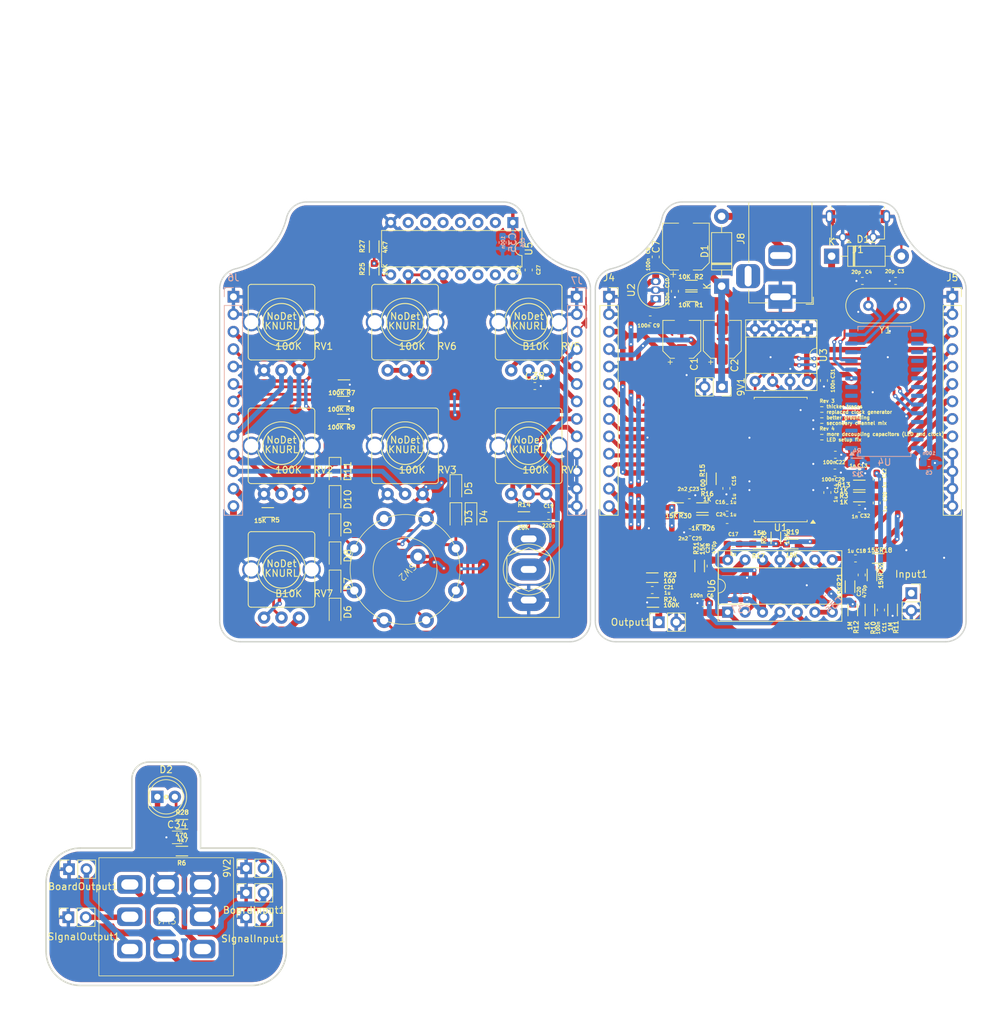
<source format=kicad_pcb>
(kicad_pcb (version 20240108) (generator "pcbnew") (generator_version "8.0")
  (layers (0 "F.Cu" signal) (31 "B.Cu" signal) (34 "B.Paste" user) (35 "F.Paste" user) (36 "B.SilkS" user "B.Silkscreen") (37 "F.SilkS" user "F.Silkscreen") (38 "B.Mask" user) (39 "F.Mask" user) (44 "Edge.Cuts" user))
  (net 0 "")
  (net 1 "/Vref")
  (net 2 "/9vUnfiltered")
  (net 3 "/TL074 input")
  (net 4 "Net-(C11-Pad2)")
  (net 5 "/Input Signal/Buffered_Input_L")
  (net 6 "Net-(C12-Pad2)")
  (net 7 "/Board_Out ^{root}")
  (net 8 "Net-(U1-MID)")
  (net 9 "Net-(U1-REFP)")
  (net 10 "Net-(C16-Pad2)")
  (net 11 "Net-(C17-Pad2)")
  (net 12 "Net-(C18-Pad2)")
  (net 13 "Net-(C21-Pad1)")
  (net 14 "Net-(D3-A)")
  (net 15 "Net-(D5-A)")
  (net 16 "/Programmer/USB_D- ^{Programmer}")
  (net 17 "Net-(D7-A)")
  (net 18 "Net-(D10-A)")
  (net 19 "Net-(C18-Pad1)")
  (net 21 "/Programmer/USB_D+ ^{Programmer}")
  (net 22 "Net-(U4-~{ACT})")
  (net 26 "Net-(C17-Pad1)")
  (net 45 "GND")
  (net 46 "Net-(C23-Pad2)")
  (net 47 "/EEPROM Select/3v3")
  (net 48 "/9v")
  (net 49 "/SCL")
  (net 50 "/SDA")
  (net 51 "Net-(C24-Pad2)")
  (net 52 "/Output/Effect_Output_R")
  (net 53 "/5V")
  (net 54 "Net-(U4-XI)")
  (net 55 "Net-(U4-XO)")
  (net 56 "/Output/DryInput")
  (net 57 "/Output/MixedPrebufferedOutput")
  (net 58 "/Output/MixedBufferedOutput")
  (net 59 "/Input Signal/FilteredInput")
  (net 60 "/Input Signal/PrefilteredInput")
  (net 61 "/FV1 Output L")
  (net 62 "Net-(U6C--)")
  (net 63 "Net-(SW3-A)")
  (net 64 "GND ControlBoard")
  (net 65 "/ROutputSwitchedMainBoard")
  (net 66 "/ROutputMainBoard")
  (net 67 "/DryInputControlBoard")
  (net 68 "/WetInputMainBoard")
  (net 69 "/ROutputSwitchedControlBoard")
  (net 70 "/ROutputControlBoard")
  (net 71 "/WetInputControlBoard")
  (net 72 "/MainOutputPreVolumeControlBoard")
  (net 73 "/MainOutputPostVolumeControlBoard")
  (net 74 "/ProgramSelect0ControlBoard")
  (net 75 "/ProgramSelect1ControlBoard")
  (net 76 "/ProgramSelect2ControlBoard")
  (net 77 "/ProgramSelect0MainBoard")
  (net 78 "/ProgramSelect2MainBoard")
  (net 79 "/ProgramSelect1MainBoard")
  (net 80 "/EEPROMSelectMainBoard")
  (net 81 "/ExternalClockMainBoard")
  (net 82 "/ExternalClockControlBoard")
  (net 83 "/EEPROMSelectControlBoard")
  (net 84 "/Knob2MainBoard")
  (net 85 "/Knob1MainBoard")
  (net 86 "/Knob0MainBoard")
  (net 87 "/Knob1ControlBoard")
  (net 88 "/Knob2ControlBoard")
  (net 89 "/Knob0ControlBoard")
  (net 90 "/VREF output controlBoard")
  (net 91 "/3v3")
  (net 92 "Net-(C30-Pad2)")
  (net 101 "Net-(C27-Pad1)")
  (net 102 "Net-(R25-Pad2)")
  (net 103 "Net-(R27-Pad1)")
  (net 104 "Net-(RV6-Pad1)")
  (net 105 "/LeftOutputFiltered")
  (net 106 "Net-(R5-Pad1)")
  (net 107 "/Input")
  (net 108 "/LED ground ^{root}")
  (net 109 "GNDFootswitch")
  (net 110 "Net-(BoardInput1-Pin_2)")
  (net 111 "Net-(SIgnalOutput1-Pin_2)")
  (net 112 "Net-(BoardOutput1-Pin_2)")
  (net 113 "Net-(9V2-Pin_2)")
  (net 114 "Net-(D2-A)")
  (net 115 "Net-(C34-Pad2)")
  (footprint "FV1Footrpints:C_0603_1608Metric_Pad1.08x0.95mm_HandSolder" (layer "F.Cu") (at 73.9 44.5 180)
    (property "Reference" "C16")
    (property "Value" "1u")
  )
  (footprint "Diode_SMD:D_SOD-323_HandSoldering" (layer "F.Cu") (at 16.8 51.5 -90)
    (property "Reference" "D8")
    (property "Value" "1N914")
  )
  (footprint "FV1Footrpints:C_0603_1608Metric_Pad1.08x0.95mm_HandSolder" (layer "F.Cu") (at 93.15 39.5 180)
    (property "Reference" "C13")
    (property "Value" "1n")
  )
  (footprint "Connector_PinSocket_2.54mm:PinSocket_1x02_P2.54mm_Vertical" (layer "F.Cu") (at 100.725 56.95)
    (property "Reference" "Input1")
    (property "Value" "Conn_01x02_Socket")
  )
  (footprint "FV1Footrpints:C_0603_1608Metric_Pad1.08x0.95mm_HandSolder" (layer "F.Cu") (at 92.6 51.9)
    (property "Reference" "C18")
    (property "Value" "1u")
  )
  (footprint "PCM_4ms_Potentiometer:Pot_9mm_Knurl_NoDet" (layer "F.Cu") (at 45 17.5 180)
    (property "Reference" "RV5")
    (property "Value" "B10K")
  )
  (footprint "FV1Footrpints:3PDT" (layer "F.Cu") (at -7.7925 104.059047 180)
    (property "Reference" "SW1")
    (property "Value" "SW_SPDT")
  )
  (footprint "Connector_PinSocket_2.54mm:PinSocket_1x02_P2.54mm_Vertical" (layer "F.Cu") (at -22.0425 104.134047 90)
    (property "Reference" "SIgnalOutput1")
    (property "Value" "Conn_01x02_Socket")
  )
  (footprint "PCM_4ms_Resistor:R_0603" (layer "F.Cu") (at 44.3 45.8 180)
    (property "Reference" "R14")
    (property "Value" "20K")
  )
  (footprint "PCM_4ms_Resistor:R_0603" (layer "F.Cu") (at 95.9 51.9)
    (property "Reference" "R18")
    (property "Value" "15K")
  )
  (footprint "PCM_4ms_Resistor:R_0603" (layer "F.Cu") (at 18 31.6)
    (property "Reference" "R9")
    (property "Value" "100K")
  )
  (footprint "FV1Footrpints:C_0603_1608Metric_Pad1.08x0.95mm_HandSolder" (layer "F.Cu") (at 93.6 11.5 180)
    (property "Reference" "C4")
    (property "Value" "20p")
  )
  (footprint "Diode_SMD:D_SOD-323_HandSoldering" (layer "F.Cu") (at 16.8 39.2 -90)
    (property "Reference" "D11")
    (property "Value" "1N914")
  )
  (footprint "Package_DIP:CERDIP-16_W7.62mm_SideBrazed" (layer "F.Cu") (at 42.69 2.995 -90)
    (property "Reference" "U5")
    (property "Value" "4049")
  )
  (footprint "PCM_4ms_Resistor:R_0603" (layer "F.Cu") (at 78.5 49.8)
    (property "Reference" "R17")
    (property "Value" "15K")
  )
  (footprint "FV1Footrpints:C_0603_1608Metric_Pad1.08x0.95mm_HandSolder" (layer "F.Cu") (at 68.4 42.7 180)
    (property "Reference" "C23")
    (property "Value" "2n2")
  )
  (footprint "FV1Footrpints:C_0603_1608Metric_Pad1.08x0.95mm_HandSolder" (layer "F.Cu") (at 66.3 13 -90)
    (property "Reference" "C10")
    (property "Value" "330n")
  )
  (footprint "Diode_THT:D_DO-41_SOD81_P10.16mm_Horizontal" (layer "F.Cu") (at 73.1 12.26 90)
    (property "Reference" "D1")
    (property "Value" "1N5817")
  )
  (footprint "Capacitor_SMD:C_1206_3216Metric_Pad1.33x1.80mm_HandSolder" (layer "F.Cu") (at -6.2 92.5)
    (property "Reference" "C34")
    (property "Value" "10u")
  )
  (footprint "PCM_4ms_Resistor:R_0603" (layer "F.Cu") (at 95 54.3 90)
    (property "Reference" "R22")
    (property "Value" "15K")
  )
  (footprint "PCM_4ms_Resistor:R_0603" (layer "F.Cu") (at 93.15 42.95625 180)
    (property "Reference" "R3")
    (property "Value" "1K")
  )
  (footprint "Diode_THT:D_DO-41_SOD81_P10.16mm_Horizontal" (layer "F.Cu") (at 89.12 7.9)
    (property "Reference" "D12")
    (property "Value" "1N5817")
  )
  (footprint "FV1Footrpints:SR16" (layer "F.Cu") (at 27 53.5 -135)
    (property "Reference" "SW2")
    (property "Value" "SW_Rotary_1x8_MP")
  )
  (footprint "Capacitor_SMD:C_0603_1608Metric_Pad1.08x0.95mm_HandSolder" (layer "F.Cu") (at 45.9 26.8)
    (property "Reference" "C38")
    (property "Value" "100n")
  )
  (footprint "Connector_PinSocket_2.54mm:PinSocket_1x02_P2.54mm_Vertical" (layer "F.Cu") (at -21.9425 97.134047 90)
    (property "Reference" "BoardOutput1")
    (property "Value" "Conn_01x02_Socket")
  )
  (footprint "FV1Footrpints:C_0603_1608Metric_Pad1.08x0.95mm_HandSolder" (layer "F.Cu") (at 73.8 41.7 -90)
    (property "Reference" "C15")
    (property "Value" "1u")
  )
  (footprint "Package_SO:SOIC-28W_7.5x17.9mm_P1.27mm" (layer "F.Cu") (at 81.7 37.5 180)
    (property "Reference" "U1")
    (property "Value" "SPN1001")
  )
  (footprint "Connector_PinSocket_2.54mm:PinSocket_1x13_P2.54mm_Vertical" (layer "F.Cu") (at 56.7 13.8)
    (property "Reference" "J4")
    (property "Value" "Conn_01x13")
  )
  (footprint "PCM_4ms_Resistor:R_0603" (layer "F.Cu") (at -5.5 90.6 180)
    (property "Reference" "R28")
    (property "Value" "470")
  )
  (footprint "PCM_4ms_Potentiometer:Pot_9mm_Knurl_NoDet" (layer "F.Cu") (at 27 35.5 180)
    (property "Reference" "RV3")
    (property "Value" "100K")
  )
  (footprint "LED_THT:LED_D5.0mm" (layer "F.Cu") (at -9.075 86.6)
    (property "Reference" "D2")
    (property "Value" "LED")
  )
  (footprint "FV1Footrpints:C_0603_1608Metric_Pad1.08x0.95mm_HandSolder" (layer "F.Cu") (at 73.9 46.3 180)
    (property "Reference" "C24")
    (property "Value" "1u")
  )
  (footprint "PCM_4ms_Resistor:R_0603" (layer "F.Cu") (at 70.3 46.3 180)
    (property "Reference" "R26")
    (property "Value" "1K")
  )
  (footprint "Connector_PinSocket_2.54mm:PinSocket_1x02_P2.54mm_Vertical" (layer "F.Cu") (at 73.15 26.925 -90)
    (property "Reference" "9V1")
    (property "Value" "Conn_01x02_Socket")
  )
  (footprint "PCM_4ms_Resistor:R_0603" (layer "F.Cu") (at 71.6 40.3 -90)
    (property "Reference" "R15")
    (property "Value" "100")
  )
  (footprint "PCM_4ms_Resistor:R_0603" (layer "F.Cu") (at 63.1 58.3)
    (property "Reference" "R24")
    (property "Value" "100K")
  )
  (footprint "PCM_4ms_Resistor:R_0603" (layer "F.Cu") (at 22.5 9.8 -90)
    (property "Reference" "R25")
    (property "Value" "10K")
  )
  (footprint "PCM_4ms_Potentiometer:Pot_9mm_Knurl_NoDet" (layer "F.Cu") (at 9 53.5 180)
    (property "Reference" "RV7")
    (property "Value" "B10K")
  )
  (footprint "Connector_BarrelJack:BarrelJack_Horizontal" (layer "F.Cu") (at 81.6575 13.8 -90)
    (property "Reference" "J8")
    (property "Value" "Barrel_Jack_MountingPin")
  )
  (footprint "FV1Footrpints:C_0603_1608Metric_Pad1.08x0.95mm_HandSolder" (layer "F.Cu") (at 47.9 45.7)
    (property "Reference" "C19")
    (property "Value" "220p")
  )
  (footprint "FV1Footrpints:C_0603_1608Metric_Pad1.08x0.95mm_HandSolder" (layer "F.Cu") (at 88.5 42.3 -90)
    (property "Reference" "C14")
    (property "Value" "1u")
  )
  (footprint "FV1Footrpints:C_0603_1608Metric_Pad1.08x0.95mm_HandSolder" (layer "F.Cu") (at 98.4375 11.5 180)
    (property "Reference" "C3")
    (property "Value" "20p")
  )
  (footprint "Crystal:Crystal_HC49-4H_Vertical" (layer "F.Cu") (at 99.35 15.1 180)
    (property "Reference" "Y1")
    (property "Value" "12Mhz")
  )
  (footprint "Capacitor_SMD:CP_Elec_5x5.4" (layer "F.Cu") (at 73.2 20 90)
    (property "Reference" "C2")
    (property "Value" "47u")
  )
  (footprint "FV1Footrpints:C_0603_1608Metric_Pad1.08x0.95mm_HandSolder" (layer "F.Cu") (at 95.687499 43.818751 90)
    (property "Reference" "C30")
    (property "Value" "1u")
  )
  (footprint "FV1Footrpints:C_0603_1608Metric_Pad1.08x0.95mm_HandSolder" (layer "F.Cu") (at 68.5 48.1)
    (property "Reference" "C25")
    (property "Value" "2n2")
  )
  (footprint "FV1Footrpints:C_0603_1608Metric_Pad1.08x0.95mm_HandSolder" (layer "F.Cu") (at 89.6 39.4 180)
    (property "Reference" "C29")
    (property "Value" "100n")
  )
  (footprint "FV1Footrpints:C_0603_1608Metric_Pad1.08x0.95mm_HandSolder" (layer "F.Cu") (at 95.687499 40.362501 -90)
    (property "Reference" "C12")
    (property "Value" "1u")
  )
  (footprint "Diode_SMD:D_SOD-323_HandSoldering" (layer "F.Cu") (at 34.4 41.7 -90)
    (property "Reference" "D5")
    (property "Value" "1N914")
  )
  (footprint "PCM_4ms_Resistor:R_0603" (layer "F.Cu") (at 63 54.7 180)
    (property "Reference" "R23")
    (property "Value" "100")
  )
  (footprint "Connector_PinSocket_2.54mm:PinSocket_1x02_P2.54mm_Vertical" (layer "F.Cu") (at 3.8575 104.134047 90)
    (property "Reference" "SIgnalInput1")
    (property "Value" "Conn_01x02_Socket")
  )
  (footprint "PCM_4ms_Resistor:R_0603" (layer "F.Cu") (at 18.1 26.6)
    (property "Reference" "R7")
    (property "Value" "100K")
  )
  (footprint "PCM_4ms_Potentiometer:Pot_9mm_Knurl_NoDet" (layer "F.Cu") (at 9 35.5 180)
    (property "Reference" "RV2")
    (property "Value" "100K")
  )
  (footprint "PCM_4ms_Resistor:R_0603" (layer "F.Cu") (at 83.4 49.8 180)
    (property "Reference" "R19")
    (property "Value" "15K")
  )
  (footprint "FV1Footrpints:SW_Toggle_Blue_wSlots" (layer "F.Cu") (at 45 53.5 -90)
    (property "Reference" "SW3" (hide yes))
    (property "Value" "SW_SPDT")
  )
  (footprint "FV1Footrpints:C_0603_1608Metric_Pad1.08x0.95mm_HandSolder" (layer "F.Cu") (at 89.662501 36.8 180)
    (property "Reference" "C22")
    (property "Value" "100n")
  )
  (footprint "FV1Footrpints:C_0603_1608Metric_Pad1.08x0.95mm_HandSolder" (layer "F.Cu") (at 45 9.9 -90)
    (property "Reference" "C27")
    (property "Value" "2n2")
  )
  (footprint "PCM_4ms_Resistor:R_0603" (layer "F.Cu") (at 94.7 59.4 90)
    (property "Reference" "R10")
    (property "Value" "1K")
  )
  (footprint "FV1Footrpints:C_0603_1608Metric_Pad1.08x0.95mm_HandSolder" (layer "F.Cu") (at 63 56.5)
    (property "Reference" "C21")
    (property "Value" "1u")
  )
  (footprint "PCM_4ms_Resistor:R_0603" (layer "F.Cu") (at 98 59.4 90)
    (property "Reference" "R11")
    (property "Value" "1M")
  )
  (footprint "FV1Footrpints:C_0603_1608Metric_Pad1.08x0.95mm_HandSolder" (layer "F.Cu") (at 96.3 59.4 -90)
    (property "Reference" "C11")
    (property "Value" "100n")
  )
  (footprint "Package_DIP:DIP-8_W7.62mm_Socket" (layer "F.Cu") (at 85.6 18.5 -90)
    (property "Reference" "U3")
    (property "Value" "24LC32")
  )
  (footprint "PCM_4ms_Resistor:R_0603" (layer "F.Cu") (at -5.5 94.5)
    (property "Reference" "R6")
    (property "Value" "4k7")
  )
  (footprint "PCM_4ms_Resistor:R_0603" (layer "F.Cu") (at 7 45.2 180)
    (property "Reference" "R5")
    (property "Value" "15K")
  )
  (footprint "Diode_SMD:D_SOD-323_HandSoldering" (layer "F.Cu") (at 34.4 45.8 -90)
    (property "Reference" "D3")
    (property "Value" "1N914")
  )
  (footprint "FV1Footrpints:C_0603_1608Metric_Pad1.08x0.95mm_HandSolder" (layer "F.Cu") (at 88 26 90)
    (property "Reference" "C31")
    (property "Value" "100n")
  )
  (footprint "Connector_PinSocket_2.54mm:PinSocket_1x13_P2.54mm_Vertical" (layer "F.Cu") (at 106.7 13.8)
    (property "Reference" "J5")
    (property "Value" "Conn_01x13")
  )
  (footprint "Diode_SMD:D_SOD-323_HandSoldering" (layer "F.Cu") (at 36.6 45.8 -90)
    (property "Reference" "D4")
    (property "Value" "1N914")
  )
  (footprint "PCM_4ms_Resistor:R_0603" (layer "F.Cu") (at 22.5 6.5 -90)
    (property "Reference" "R27")
    (property "Value" "4K7")
  )
  (footprint "Diode_SMD:D_SOD-323_HandSoldering" (layer "F.Cu") (at 16.8 43.3 -90)
    (property "Reference" "D10")
    (property "Value" "1N914")
  )
  (footprint "PCM_4ms_Resistor:R_0603" (layer "F.Cu") (at 68.7 12.1)
    (property "Reference" "R2")
    (property "Value" "10K")
  )
  (footprint "PCM_4ms_Resistor:R_0603" (layer "F.Cu") (at 81 48.9 -90)
    (property "Reference" "R20")
    (property "Value" "15K")
  )
  (footprint "Connector_PinSocket_2.54mm:PinSocket_1x02_P2.54mm_Vertical" (layer "F.Cu") (at 63.95 61.175 90)
    (property "Reference" "Output1")
    (property "Value" "Conn_01x02_Socket")
  )
  (footprint "PCM_4ms_Potentiometer:Pot_9mm_Knurl_NoDet" (layer "F.Cu") (at 45 35.5 180)
    (property "Reference" "RV4")
    (property "Value" "100K")
  )
  (footprint "FV1Footrpints:C_0603_1608Metric_Pad1.08x0.95mm_HandSolder" (layer "F.Cu") (at 74.8 49.8)
    (property "Reference" "C17")
    (property "Value" "1u")
  )
  (footprint "Connector_PinSocket_2.54mm:PinSocket_1x02_P2.54mm_Vertical" (layer "F.Cu") (at 3.85 97 90)
    (property "Reference" "9V2")
    (property "Value" "Conn_01x02_Socket")
  )
  (footprint "PCM_4ms_Resistor:R_0603" (layer "F.Cu") (at 68.7 13.8 180)
    (property "Reference" "R1")
    (property "Value" "10K")
  )
  (footprint "PCM_4ms_Resistor:R_0603" (layer "F.Cu") (at 69.9 53 -90)
    (property "Reference" "R31")
    (property "Value" "15K")
  )
  (footprint "PCM_4ms_Resistor:R_0603" (layer "F.Cu") (at 92.2 59.4 90)
    (property "Reference" "R12")
    (property "Value" "1M")
  )
  (footprint "PCM_4ms_Resistor:R_0603" (layer "F.Cu") (at 66.7 44.5)
    (property "Reference" "R30")
    (property "Value" "15K")
  )
  (footprint "PCM_4ms_Potentiometer:Pot_9mm_Knurl_NoDet" (layer "F.Cu") (at 27 17.5 180)
    (property "Reference" "RV6")
    (property "Value" "100K")
  )
  (footprint "Capacitor_SMD:CP_Elec_6.3x5.4" (layer "F.Cu") (at 67.9 6.5 90)
    (property "Reference" "C7")
    (property "Value" "100u")
  )
  (footprint "PCM_4ms_Resistor:R_0603" (layer "F.Cu") (at 93.15 41.2 180)
    (property "Reference" "R13")
    (property "Value" "1K")
  )
  (footprint "Capacitor_SMD:CP_Elec_5x5.4" (layer "F.Cu") (at 67.3 20 90)
    (property "Reference" "C1")
    (property "Value" "47u")
  )
  (footprint "FV1Footrpints:C_0603_1608Metric_Pad1.08x0.95mm_HandSolder" (layer "F.Cu") (at 62.7 17.1)
    (property "Reference" "C9")
    (property "Value" "100n")
  )
  (footprint "PCM_4ms_Resistor:R_0603" (layer "F.Cu") (at 18 29)
    (property "Reference" "R8")
    (property "Value" "100K")
  )
  (footprint "Package_DIP:DIP-14_W7.62mm_Socket" (layer "F.Cu") (at 73.98 59.72 90)
    (property "Reference" "U6")
    (property "Value" "TL074")
  )
  (footprint "Diode_SMD:D_SOD-323_HandSoldering" (layer "F.Cu") (at 16.8 55.6 -90)
    (property "Reference" "D7")
    (property "Value" "1N914")
  )
  (footprint "FV1Footrpints:C_0603_1608Metric_Pad1.08x0.95mm_HandSolder" (layer "F.Cu") (at 93.5 54.3 90)
    (property "Reference" "C20")
    (property "Value" "470p")
  )
  (footprint "FV1Footrpints:C_0603_1608Metric_Pad1.08x0.95mm_HandSolder" (layer "F.Cu") (at 71.5 53 90)
    (property "Reference" "C28")
    (property "Value" "470p")
  )
  (footprint "Package_TO_SOT_THT:TO-92_Inline" (layer "F.Cu") (at 63.5 14.1 90)
    (property "Reference" "U2")
    (property "Value" "L78L33_TO92")
  )
  (footprint "FV1Footrpints:USB_Micro-AB_Molex_47590-0001" (layer "F.Cu") (at 92.95 2.125 180)
    (property "Reference" "J1")
    (property "Value" "USB_B_Micro")
  )
  (footprint "FV1Footrpints:C_0603_1608Metric_Pad1.08x0.95mm_HandSolder" (layer "F.Cu") (at 70.437499 58.4 180)
    (property "Reference" "C6")
    (property "Value" "100n")
  )
  (footprint "Connector_PinSocket_2.54mm:PinSocket_1x02_P2.54mm_Vertical" (layer "F.Cu") (at 3.85 100.575 90)
    (property "Reference" "BoardInput1")
    (property "Value" "Conn_01x02_Socket")
  )
  (footprint "PCM_4ms_Resistor:R_0603" (layer "F.Cu") (at 70.3 44.5 180)
    (property "Reference" "R16")
    (property "Value" "1K")
  )
  (footprint "Diode_SMD:D_SOD-323_HandSoldering" (layer "F.Cu") (at 16.8 59.7 -90)
    (property "Reference" "D6")
    (property "Value" "1N914")
  )
  (footprint "PCM_4ms_Resistor:R_0603" (layer "F.Cu") (at 91.8 56 -90)
    (property "Reference" "R21")
    (property "Value" "15K")
  )
  (footprint "FV1Footrpints:C_0603_1608Metric_Pad1.08x0.95mm_HandSolder" (layer "F.Cu") (at 63.5 8 90)
    (property "Reference" "C8")
    (property "Value" "100n")
  )
  (footprint "Diode_SMD:D_SOD-323_HandSoldering" (layer "F.Cu") (at 16.8 47.4 -90)
    (property "Reference" "D9")
    (property "Value" "1N914")
  )
  (footprint "FV1Footrpints:C_0603_1608Metric_Pad1.08x0.95mm_HandSolder" (layer "F.Cu") (at 93.15 44.65625 180)
    (property "Reference" "C32")
    (property "Value" "1n")
  )
  (footprint "PCM_4ms_Potentiometer:Pot_9mm_Knurl_NoDet" (layer "F.Cu") (at 9 17.5 180)
    (property "Reference" "RV1")
    (property "Value" "100K")
  )
  (footprint "PCM_4ms_Resistor:R_0603" (layer "B.Cu") (at 92.85 38)
    (property "Reference" "R4")
    (property "Value" "2k2")
  )
  (footprint "Capacitor_SMD:C_0603_1608Metric_Pad1.08x0.95mm_HandSolder" (layer "B.Cu") (at 41.2 5.9 90)
    (property "Reference" "C35")
    (property "Value" "1u")
  )
  (footprint "Connector_PinHeader_2.54mm:PinHeader_1x13_P2.54mm_Vertical" (layer "B.Cu") (at 52 13.8 180)
    (property "Reference" "J7")
    (property "Value" "Conn_01x13")
  )
  (footprint "Capacitor_SMD:C_0603_1608Metric_Pad1.08x0.95mm_HandSolder" (layer "B.Cu") (at 75.9 57.9)
    (property "Reference" "C37")
    (property "Value" "100n")
  )
  (footprint "Capacitor_SMD:C_0603_1608Metric_Pad1.08x0.95mm_HandSolder" (layer "B.Cu") (at 88.5 57.7 45)
    (property "Reference" "C36")
    (property "Value" "100n")
  )
  (footprint "Package_SO:SOIC-28W_7.5x18.7mm_P1.27mm" (layer "B.Cu") (at 96.8 27.585)
    (property "Reference" "U4")
    (property "Value" "CH341A")
  )
  (footprint "FV1Footrpints:C_0603_1608Metric_Pad1.08x0.95mm_HandSolder" (layer "B.Cu") (at 103.3 38)
    (property "Reference" "C5")
    (property "Value" "100n")
  )
  (footprint "FV1Footrpints:C_0603_1608Metric_Pad1.08x0.95mm_HandSolder" (layer "B.Cu") (at 42.7 5.9 90)
    (property "Reference" "C26")
    (property "Value" "100n")
  )
  (footprint "Connector_PinSocket_2.54mm:PinSocket_1x13_P2.54mm_Vertical" (layer "B.Cu") (at 2 13.8 180)
    (property "Reference" "J6")
    (property "Value" "Conn_01x13")
  )
  (gr_arc (start -25.2925 99.059047) (mid -23.828034 95.523513) (end -20.2925 94.059047) (stroke (width 0.2)) (layer "F.SilkS"))
  (gr_circle (center -7.787211 86.629) (end -8.037211 86.629) (stroke (width 0.2)) (fill none) (layer "F.SilkS"))
  (gr_line (start -12.7925 94.059049) (end -20.2925 94.059049) (stroke (width 0.2)) (layer "F.SilkS"))
  (gr_line (start -20.2925 114.059049) (end 4.707501 114.059049) (stroke (width 0.2)) (layer "F.SilkS"))
  (gr_line (start 4.7075 94.059049) (end -2.7925 94.059049) (stroke (width 0.2)) (layer "F.SilkS"))
  (gr_line (start -2.7925 94.059049) (end -2.7925 84.033207) (stroke (width 0.2)) (layer "F.SilkS"))
  (gr_line (start -5.2925 81.533208) (end -10.2925 81.533208) (stroke (width 0.2)) (layer "F.SilkS"))
  (gr_arc (start -5.2925 81.533208) (mid -3.524733 82.265441) (end -2.7925 84.033207) (stroke (width 0.2)) (layer "F.SilkS"))
  (gr_arc (start 9.7075 109.059048) (mid 8.243035 112.594583) (end 4.707501 114.059049) (stroke (width 0.2)) (layer "F.SilkS"))
  (gr_line (start 9.7075 109.059048) (end 9.7075 99.059049) (stroke (width 0.2)) (layer "F.SilkS"))
  (gr_line (start -12.7925 84.033207) (end -12.7925 94.059049) (stroke (width 0.2)) (layer "F.SilkS"))
  (gr_arc (start -12.7925 84.033207) (mid -12.060267 82.26544) (end -10.2925 81.533207) (stroke (width 0.2)) (layer "F.SilkS"))
  (gr_line (start -25.2925 99.059047) (end -25.2925 109.059047) (stroke (width 0.2)) (layer "F.SilkS"))
  (gr_line (start -20.2925 94.059047) (end -20.2925 94.059049) (stroke (width 0.2)) (layer "F.SilkS"))
  (gr_arc (start -20.2925 114.059049) (mid -23.828035 112.594582) (end -25.2925 109.059047) (stroke (width 0.2)) (layer "F.SilkS"))
  (gr_circle (center -7.7925 104.059049) (end -8.0425 104.059049) (stroke (width 0.2)) (fill none) (layer "F.SilkS"))
  (gr_line (start -10.2925 81.533207) (end -10.2925 81.533208) (stroke (width 0.2)) (layer "F.SilkS"))
  (gr_arc (start 4.7075 94.059049) (mid 8.243034 95.523515) (end 9.7075 99.059049) (stroke (width 0.2)) (layer "F.SilkS"))
  (gr_arc (start 9.707498 109.059048) (mid 8.243032 112.59458) (end 4.7075 114.059048) (stroke (width 0.2)) (layer "Edge.Cuts"))
  (gr_arc (start -5.2925 81.533207) (mid -3.524733 82.26544) (end -2.7925 84.033206) (stroke (width 0.2)) (layer "Edge.Cuts"))
  (gr_line (start 3.000001 64.026675) (end 51.000003 64.026676) (stroke (width 0.2)) (layer "Edge.Cuts"))
  (gr_arc (start -25.2925 99.059047) (mid -23.828034 95.523513) (end -20.2925 94.059046) (stroke (width 0.2)) (layer "Edge.Cuts"))
  (gr_arc (start 96.050883 0) (mid 97.911412 0.646599) (end 98.96991 2.30769) (stroke (width 0.2)) (layer "Edge.Cuts"))
  (gr_arc (start 0 12.6491) (mid 0.646606 10.78858) (end 2.307692 9.730084) (stroke (width 0.2)) (layer "Edge.Cuts"))
  (gr_arc (start -20.2925 114.059048) (mid -23.828036 112.594581) (end -25.2925 109.059045) (stroke (width 0.2)) (layer "Edge.Cuts"))
  (gr_line (start -25.2925 99.059047) (end -25.2925 109.059045) (stroke (width 0.2)) (layer "Edge.Cuts"))
  (gr_arc (start 57.699995 64.026675) (mid 55.57868 63.147991) (end 54.699995 61.026676) (stroke (width 0.2)) (layer "Edge.Cuts"))
  (gr_arc (start 9.730085 2.307691) (mid 7.071068 7.071067) (end 2.307692 9.730084) (stroke (width 0.2)) (layer "Edge.Cuts"))
  (gr_arc (start 106.392303 9.730083) (mid 101.62893 7.071064) (end 98.96991 2.30769) (stroke (width 0.2)) (layer "Edge.Cuts"))
  (gr_line (start 9.707498 109.059048) (end 9.707498 99.059047) (stroke (width 0.2)) (layer "Edge.Cuts"))
  (gr_line (start -20.2925 114.059048) (end 4.7075 114.059048) (stroke (width 0.2)) (layer "Edge.Cuts"))
  (gr_arc (start 54.000001 61.026678) (mid 53.121322 63.147997) (end 51.000003 64.026676) (stroke (width 0.2)) (layer "Edge.Cuts"))
  (gr_line (start -20.2925 94.059046) (end -20.292502 94.059048) (stroke (width 0.2)) (layer "Edge.Cuts"))
  (gr_arc (start 4.7075 94.059049) (mid 8.243032 95.523515) (end 9.707498 99.059047) (stroke (width 0.2)) (layer "Edge.Cuts"))
  (gr_arc (start 51.692308 9.730084) (mid 46.928933 7.071067) (end 44.269915 2.307691) (stroke (width 0.2)) (layer "Edge.Cuts"))
  (gr_arc (start 64.43008 2.30769) (mid 61.771063 7.071066) (end 57.007687 9.730083) (stroke (width 0.2)) (layer "Edge.Cuts"))
  (gr_arc (start -12.7925 84.033206) (mid -12.060267 82.265439) (end -10.292501 81.533206) (stroke (width 0.2)) (layer "Edge.Cuts"))
  (gr_arc (start 108.699996 61.026678) (mid 107.821318 63.147998) (end 105.699998 64.026676) (stroke (width 0.2)) (layer "Edge.Cuts"))
  (gr_line (start -12.7925 94.059048) (end -20.292502 94.059048) (stroke (width 0.2)) (layer "Edge.Cuts"))
  (gr_arc (start 9.730085 2.307691) (mid 10.788595 0.646604) (end 12.64912 0) (stroke (width 0.2)) (layer "Edge.Cuts"))
  (gr_line (start 108.699996 61.026678) (end 108.699996 12.649112) (stroke (width 0.2)) (layer "Edge.Cuts"))
  (gr_line (start 54.000001 61.026678) (end 54.000001 12.649112) (stroke (width 0.2)) (layer "Edge.Cuts"))
  (gr_arc (start 64.43008 2.30769) (mid 65.48859 0.646604) (end 67.349115 0) (stroke (width 0.2)) (layer "Edge.Cuts"))
  (gr_line (start -12.7925 84.033206) (end -12.7925 94.059048) (stroke (width 0.2)) (layer "Edge.Cuts"))
  (gr_arc (start 106.392303 9.730083) (mid 108.053389 10.788588) (end 108.699996 12.649112) (stroke (width 0.2)) (layer "Edge.Cuts"))
  (gr_line (start 54.699995 12.6491) (end 54.699995 61.026676) (stroke (width 0.2)) (layer "Edge.Cuts"))
  (gr_arc (start 41.350889 0) (mid 43.21141 0.646606) (end 44.269915 2.307691) (stroke (width 0.2)) (layer "Edge.Cuts"))
  (gr_line (start -2.7925 94.059048) (end -2.7925 84.033206) (stroke (width 0.2)) (layer "Edge.Cuts"))
  (gr_arc (start 54.699995 12.6491) (mid 55.3466 10.788582) (end 57.007687 9.730083) (stroke (width 0.2)) (layer "Edge.Cuts"))
  (gr_line (start 0 12.6491) (end 0 61.026676) (stroke (width 0.2)) (layer "Edge.Cuts"))
  (gr_line (start 41.350889 0) (end 12.64912 0) (stroke (width 0.2)) (layer "Edge.Cuts"))
  (gr_arc (start 51.692308 9.730084) (mid 53.353396 10.788589) (end 54.000001 12.649112) (stroke (width 0.2)) (layer "Edge.Cuts"))
  (gr_line (start 96.050883 0) (end 67.349115 0) (stroke (width 0.2)) (layer "Edge.Cuts"))
  (gr_line (start 57.699995 64.026675) (end 105.699998 64.026676) (stroke (width 0.2)) (layer "Edge.Cuts"))
  (gr_arc (start 3.000001 64.026675) (mid 0.878689 63.147995) (end 0 61.026676) (stroke (width 0.2)) (layer "Edge.Cuts"))
  (gr_line (start -5.2925 81.533207) (end -10.2925 81.533207) (stroke (width 0.2)) (layer "Edge.Cuts"))
  (gr_line (start -10.292501 81.533206) (end -10.2925 81.533207) (stroke (width 0.2)) (layer "Edge.Cuts"))
  (gr_line (start 4.7075 94.059049) (end -2.7925 94.059048) (stroke (width 0.2)) (layer "Edge.Cuts"))
  (gr_text "Rev 3\n- thicker traces\n- replaced clock generator\n- better grounding \n- secondary channel mix\nRev 4\n- more decoupling capacitors (LED and clock)\n- LED setup fix" (at 87.3 34.9 0) (layer "F.SilkS") (effects (font (size 0.5 0.5) (thickness 0.125) (bold yes)) (justify left bottom)))
  (segment (start 79.06 52.1) (end 79.06 59.719999) (width 1) (layer "F.Cu") (net 1))
  (segment (start 72.5875 57.746882) (end 72.5875 57.9) (width 0.7) (layer "F.Cu") (net 1))
  (segment (start 73.2 22.2) (end 70.733274 22.2) (width 1) (layer "F.Cu") (net 1))
  (segment (start 69.55 12.1) (end 69.55 13.8) (width 1) (layer "F.Cu") (net 1))
  (segment (start 70.733274 22.2) (end 68.633274 20.1) (width 1) (layer "F.Cu") (net 1))
  (segment (start 61 43.3) (end 61 40.6) (width 0.7) (layer "F.Cu") (net 1))
  (segment (start 79.06 59.719999) (end 79.059999 59.72) (width 1) (layer "F.Cu") (net 1))
  (segment (start 80.76 53.8) (end 82.44 53.8) (width 1) (layer "F.Cu") (net 1))
  (segment (start 69.55 18.55) (end 73.2 22.2) (width 1) (layer "F.Cu") (net 1))
  (segment (start 68.755634 55.9) (end 70.740618 55.9) (width 0.7) (layer "F.Cu") (net 1))
  (segment (start 72.5875 57.9) (end 76.8 57.9) (width 0.7) (layer "F.Cu") (net 1))
  (segment (start 61.65 20.95) (end 61 21.6) (width 0.7) (layer "F.Cu") (net 1))
  (segment (start 61 46.9) (end 61 48.144366) (width 0.7) (layer "F.Cu") (net 1))
  (segment (start 61 48.144366) (end 68.755634 55.9) (width 0.7) (layer "F.Cu") (net 1))
  (segment (start 70.740618 55.9) (end 72.5875 57.746882) (width 0.7) (layer "F.Cu") (net 1))
  (segment (start 82.44 53.8) (end 84.14 52.1) (width 1) (layer "F.Cu") (net 1))
  (segment (start 61 21.6) (end 61 28.9) (width 0.7) (layer "F.Cu") (net 1))
  (segment (start 84.14 52.1) (end 89.07 57.03) (width 1) (layer "F.Cu") (net 1))
  (segment (start 69.55 13.8) (end 69.55 18.55) (width 1) (layer "F.Cu") (net 1))
  (segment (start 79.06 52.1) (end 80.76 53.8) (width 1) (layer "F.Cu") (net 1))
  (via (at 61 28.9) (size 0.6) (drill 0.3) (layers "F.Cu" "B.Cu") (net 1))
  (via (at 61 40.6) (size 0.6) (drill 0.3) (layers "F.Cu" "B.Cu") (net 1))
  (via (at 61 46.9) (size 0.6) (drill 0.3) (layers "F.Cu" "B.Cu") (net 1))
  (via (at 92.2 58.55) (size 0.6) (drill 0.3) (layers "F.Cu" "B.Cu") (net 1))
  (via (at 61 43.3) (size 0.6) (drill 0.3) (layers "F.Cu" "B.Cu") (net 1))
  (via (at 76.8 57.9) (size 0.6) (drill 0.3) (layers "F.Cu" "B.Cu") (net 1))
  (via (at 68.633274 20.1) (size 0.6) (drill 0.3) (layers "F.Cu" "B.Cu") (net 1))
  (via (at 61.65 20.95) (size 0.6) (drill 0.3) (layers "F.Cu" "B.Cu") (net 1))
  (via (at 89.07 57.03) (size 0.6) (drill 0.3) (layers "F.Cu" "B.Cu") (net 1))
  (segment (start 79.059999 52.100001) (end 79.06 52.1) (width 1) (layer "B.Cu") (net 1))
  (segment (start 76.8 57.9) (end 77.239999 57.9) (width 0.7) (layer "B.Cu") (net 1))
  (segment (start 57.55 22.27) (end 56.7 21.42) (width 0.7) (layer "B.Cu") (net 1))
  (segment (start 62.5 20.1) (end 68.633274 20.1) (width 0.7) (layer "B.Cu") (net 1))
  (segment (start 61 28.9) (end 61 40.6) (width 0.7) (layer "B.Cu") (net 1))
  (segment (start 61.65 20.95) (end 62.5 20.1) (width 0.7) (layer "B.Cu") (net 1))
  (segment (start 61 43.3) (end 61 46.9) (width 0.7) (layer "B.Cu") (net 1))
  (segment (start 91.75 58.1) (end 90.14 58.1) (width 1) (layer "B.Cu") (net 1))
  (segment (start 92.2 58.55) (end 91.75 58.1) (width 1) (layer "B.Cu") (net 1))
  (segment (start 60.33 22.27) (end 57.55 22.27) (width 0.7) (layer "B.Cu") (net 1))
  (segment (start 90.14 58.1) (end 89.07 57.03) (width 1) (layer "B.Cu") (net 1))
  (segment (start 77.239999 57.9) (end 79.059999 59.72) (width 0.7) (layer "B.Cu") (net 1))
  (segment (start 61.65 20.95) (end 60.33 22.27) (width 0.7) (layer "B.Cu") (net 1))
  (segment (start 59.9 20.7) (end 59.9 28.2) (width 0.7) (layer "F.Cu") (net 2))
  (segment (start 71.3 58.184384) (end 70.115616 57) (width 0.7) (layer "F.Cu") (net 2))
  (segment (start 67.9 9.3) (end 67.9 12.05) (width 1) (layer "F.Cu") (net 2))
  (segment (start 73.1 12.26) (end 70.14 9.3) (width 1) (layer "F.Cu") (net 2))
  (segment (start 66.3375 12.1) (end 66.3 12.1375) (width 1) (layer "F.Cu") (net 2))
  (segment (start 59.9 18.243059) (end 59.9 14.401878) (width 0.7) (layer "F.Cu") (net 2))
  (segment (start 70.14 9.3) (end 67.9 9.3) (width 1) (layer "F.Cu") (net 2))
  (segment (start 62.746878 11.555) (end 63.5 11.555) (width 0.7) (layer "F.Cu") (net 2))
  (segment (start 89.12 7.9) (end 89.12 11.18) (width 1) (layer "F.Cu") (net 2))
  (segment (start 77.34 16.5) (end 73.1 12.26) (width 1) (layer "F.Cu") (net 2))
  (segment (start 59.9 48.6) (end 59.9 46.9) (width 0.7) (layer "F.Cu") (net 2))
  (segment (start 70.115616 57) (end 68.3 57) (width 0.7) (layer "F.Cu") (net 2))
  (segment (start 66.3 11.662501) (end 63.5 8.862501) (width 1) (layer "F.Cu") (net 2))
  (segment (start 89.12 11.18) (end 83.8 16.5) (width 1) (layer "F.Cu") (net 2))
  (segment (start 59.9 40.8) (end 59.9 43.1) (width 0.7) (layer "F.Cu") (net 2))
  (segment (start 83.8 16.5) (end 77.34 16.5) (width 1) (layer "F.Cu") (net 2))
  (segment (start 67.9 12.05) (end 67.85 12.1) (width 1) (layer "F.Cu") (net 2))
  (segment (start 68.3 57) (end 59.9 48.6) (width 0.7) (layer "F.Cu") (net 2))
  (segment (start 71.3 58.4) (end 71.3 58.184384) (width 0.7) (layer "F.Cu") (net 2))
  (segment (start 63.5 8.862501) (end 63.5 11.405) (width 1) (layer "F.Cu") (net 2))
  (segment (start 59.9 14.401878) (end 62.746878 11.555) (width 0.7) (layer "F.Cu") (net 2))
  (segment (start 66.3 12.1375) (end 66.3 11.662501) (width 1) (layer "F.Cu") (net 2))
  (segment (start 67.85 12.1) (end 66.3375 12.1) (width 1) (layer "F.Cu") (net 2))
  (via (at 71.3 58.4) (size 0.6) (drill 0.3) (layers "F.Cu" "B.Cu") (net 2))
  (via (at 59.9 28.2) (size 0.6) (drill 0.3) (layers "F.Cu" "B.Cu") (net 2))
  (via (at 59.9 20.7) (size 0.6) (drill 0.3) (layers "F.Cu" "B.Cu") (net 2))
  (via (at 59.9 40.8) (size 0.6) (drill 0.3) (layers "F.Cu" "B.Cu") (net 2))
  (via (at 59.9 18.243059) (size 0.6) (drill 0.3) (layers "F.Cu" "B.Cu") (net 2))
  (via (at 59.9 43.1) (size 0.6) (drill 0.3) (layers "F.Cu" "B.Cu") (net 2))
  (via (at 59.9 46.9) (size 0.6) (drill 0.3) (layers "F.Cu" "B.Cu") (net 2))
  (segment (start 71.3 58.4) (end 71.3 60.14) (width 0.7) (layer "B.Cu") (net 2))
  (segment (start 80.05 61.27) (end 81.6 59.72) (width 0.7) (layer "B.Cu") (net 2))
  (segment (start 72.43 61.27) (end 80.05 61.27) (width 0.7) (layer "B.Cu") (net 2))
  (segment (start 59.9 43.1) (end 59.9 46.9) (width 0.7) (layer "B.Cu") (net 2))
  (segment (start 59.9 28.2) (end 59.9 40.8) (width 0.7) (layer "B.Cu") (net 2))
  (segment (start 73.1 26.875) (end 73.15 26.925) (width 1) (layer "B.Cu") (net 2))
  (segment (start 73.1 12.26) (end 73.1 26.875) (width 1) (layer "B.Cu") (net 2))
  (segment (start 59.9 18.243059) (end 59.9 20.7) (width 0.7) (layer "B.Cu") (net 2))
  (segment (start 71.3 60.14) (end 72.43 61.27) (width 0.7) (layer "B.Cu") (net 2))
  (segment (start 81.562501 59.682501) (end 81.6 59.72) (width 0.2) (layer "B.Cu") (net 2))
  (segment (start 91.8 56.85) (end 95.8 56.85) (width 0.7) (layer "F.Cu") (net 3))
  (segment (start 86.68 59.72) (end 89.22 59.72) (width 0.7) (layer "F.Cu") (net 3))
  (segment (start 89.22 59.08) (end 91.45 56.85) (width 0.7) (layer "F.Cu") (net 3))
  (segment (start 91.45 56.85) (end 91.8 56.85) (width 0.7) (layer "F.Cu") (net 3))
  (segment (start 89.22 59.72) (end 89.22 59.08) (width 0.7) (layer "F.Cu") (net 3))
  (segment (start 96.25 56.4) (end 96.25 53.2) (width 0.7) (layer "F.Cu") (net 3))
  (segment (start 95.8 56.85) (end 96.25 56.4) (width 0.7) (layer "F.Cu") (net 3))
  (via (at 96.25 53.2) (size 0.6) (drill 0.3) (layers "F.Cu" "B.Cu") (net 3))
  (via (at 95.687499 39.5) (size 0.6) (drill 0.3) (layers "F.Cu" "B.Cu") (net 3))
  (segment (start 96.25 40.062501) (end 95.687499 39.5) (width 0.7) (layer "B.Cu") (net 3))
  (segment (start 96.25 53.2) (end 96.25 40.062501) (width 0.7) (layer "B.Cu") (net 3))
  (segment (start 94.612501 60.262501) (end 94.6 60.25) (width 0.4) (layer "F.Cu") (net 4))
  (segment (start 96.3 60.262501) (end 94.612501 60.262501) (width 0.4) (layer "F.Cu") (net 4))
  (segment (start 89.11812 44.484999) (end 91.05 42.553119) (width 0.7) (layer "F.Cu") (net 5))
  (segment (start 91.05 41.70625) (end 91.55625 41.2) (width 0.7) (layer "F.Cu") (net 5))
  (segment (start 91.05 42.553119) (end 91.05 41.70625) (width 0.7) (layer "F.Cu") (net 5))
  (segment (start 91.55625 41.2) (end 92.3 41.2) (width 0.7) (layer "F.Cu") (net 5))
  (segment (start 86.45 44.484999) (end 89.11812 44.484999) (width 0.7) (layer "F.Cu") (net 5))
  (segment (start 92.190987 41.2) (end 92.3 41.2) (width 0.4) (layer "F.Cu") (net 5))
  (segment (start 92.287499 39.5) (end 92.287499 41.187499) (width 0.7) (layer "F.Cu") (net 5))
  (segment (start 94 41.2) (end 95.787499 41.2) (width 0.7) (layer "F.Cu") (net 6))
  (segment (start 63.95 58.3) (end 63.95 61.125) (width 1) (layer "F.Cu") (net 7))
  (segment (start 63.862501 56.5) (end 63.862501 58.212501) (width 1) (layer "F.Cu") (net 7))
  (segment (start 63.862501 58.212501) (end 63.95 58.3) (width 0.4) (layer "F.Cu") (net 7))
  (segment (start 88.447501 43.215) (end 88.5 43.162501) (width 0.8) (layer "F.Cu") (net 8))
  (segment (start 86.45 43.215) (end 88.447501 43.215) (width 0.8) (layer "F.Cu") (net 8))
  (segment (start 71.6 41.15) (end 73.487499 41.15) (width 0.8) (layer "F.Cu") (net 9))
  (segment (start 73.487499 41.15) (end 73.9 40.737499) (width 0.8) (layer "F.Cu") (net 9))
  (segment (start 75.815 43.215) (end 77.15 43.215) (width 0.8) (layer "F.Cu") (net 9))
  (segment (start 74.375 40.737499) (end 75.2 41.562499) (width 0.8) (layer "F.Cu") (net 9))
  (segment (start 75.2 42.6) (end 75.815 43.215) (width 0.8) (layer "F.Cu") (net 9))
  (segment (start 73.9 40.737499) (end 74.375 40.737499) (width 0.8) (layer "F.Cu") (net 9))
  (segment (start 75.2 41.562499) (end 75.2 42.6) (width 0.8) (layer "F.Cu") (net 9))
  (segment (start 71.15 44.5) (end 73.037499 44.5) (width 0.8) (layer "F.Cu") (net 10))
  (segment (start 77.45 49.8) (end 77.55 49.7) (width 0.8) (layer "F.Cu") (net 11))
  (segment (start 75.8625 49.8) (end 77.45 49.8) (width 0.8) (layer "F.Cu") (net 11))
  (segment (start 75.7625 49.7) (end 75.8625 49.8) (width 0.8) (layer "F.Cu") (net 11))
  (segment (start 93.462501 51.9) (end 95.05 51.9) (width 0.4) (layer "F.Cu") (net 12))
  (segment (start 62.137499 54.712501) (end 62.15 54.7) (width 0.4) (layer "F.Cu") (net 13))
  (segment (start 62.137499 56.5) (end 62.137499 54.712501) (width 1) (layer "F.Cu") (net 13))
  (segment (start 36.116036 54.836468) (end 34.391036 56.561468) (width 0.4) (layer "F.Cu") (net 14))
  (segment (start 34.4 47.05) (end 36.6 47.05) (width 0.4) (layer "F.Cu") (net 14))
  (segment (start 34.4 47.05) (end 36.116036 48.766036) (width 0.4) (layer "F.Cu") (net 14))
  (segment (start 36.116036 48.766036) (end 36.116036 54.836468) (width 0.4) (layer "F.Cu") (net 14))
  (segment (start 16.8 60.95) (end 23.879568 60.95) (width 0.4) (layer "F.Cu") (net 15))
  (segment (start 23.938532 60.891036) (end 25.663532 62.616036) (width 0.4) (layer "F.Cu") (net 15))
  (segment (start 30.775987 62.616036) (end 36.916036 56.475987) (width 0.4) (layer "F.Cu") (net 15))
  (segment (start 37.7 43.9) (end 36.75 42.95) (width 0.4) (layer "F.Cu") (net 15))
  (segment (start 36.916036 48.442974) (end 37.7 47.65901) (width 0.4) (layer "F.Cu") (net 15))
  (segment (start 36.75 42.95) (end 34.4 42.95) (width 0.4) (layer "F.Cu") (net 15))
  (segment (start 37.7 47.65901) (end 37.7 43.9) (width 0.4) (layer "F.Cu") (net 15))
  (segment (start 36.916036 56.475987) (end 36.916036 48.442974) (width 0.4) (layer "F.Cu") (net 15))
  (segment (start 23.879568 60.95) (end 23.938532 60.891036) (width 0.4) (layer "F.Cu") (net 15))
  (segment (start 25.663532 62.616036) (end 30.775987 62.616036) (width 0.4) (layer "F.Cu") (net 15))
  (segment (start 93.55 9.029726) (end 93.55 5.975) (width 0.3) (layer "F.Cu") (net 16))
  (segment (start 93.6 5.925) (end 93.6 4.8) (width 0.3) (layer "F.Cu") (net 16))
  (segment (start 91 11.579726) (end 93.55 9.029726) (width 0.3) (layer "F.Cu") (net 16))
  (segment (start 91 19.787762) (end 91 11.579726) (width 0.3) (layer "F.Cu") (net 16))
  (segment (start 90.40173 20.386032) (end 91 19.787762) (width 0.3) (layer "F.Cu") (net 16))
  (segment (start 93.55 5.975) (end 93.6 5.925) (width 0.3) (layer "F.Cu") (net 16))
  (via (at 90.40173 20.386032) (size 0.6) (drill 0.3) (layers "F.Cu" "B.Cu") (net 16))
  (segment (start 90.585786 23) (end 91.86 23) (width 0.4) (layer "B.Cu") (net 16))
  (segment (start 91.86 23) (end 92 23.14) (width 0.4) (layer "B.Cu") (net 16))
  (segment (start 90.40173 20.386032) (end 90.40173 22.815944) (width 0.4) (layer "B.Cu") (net 16))
  (segment (start 90.40173 22.815944) (end 90.585786 23) (width 0.4) (layer "B.Cu") (net 16))
  (segment (start 15.8 53.749999) (end 16.8 52.749999) (width 0.2) (layer "F.Cu") (net 17))
  (segment (start 17.088531 56.561468) (end 16.8 56.849999) (width 0.2) (layer "F.Cu") (net 17))
  (segment (start 19.608964 56.561468) (end 17.088531 56.561468) (width 0.2) (layer "F.Cu") (net 17))
  (segment (start 16.8 56.849999) (end 15.8 55.849999) (width 0.2) (layer "F.Cu") (net 17))
  (segment (start 15.8 55.849999) (end 15.8 53.749999) (width 0.2) (layer "F.Cu") (net 17))
  (segment (start 16.8 44.55) (end 16.45 44.9) (width 0.4) (layer "F.Cu") (net 18))
  (segment (start 16.2 45) (end 15.7 45.5) (width 0.4) (layer "F.Cu") (net 18))
  (segment (start 16.69099 40.45) (end 15.7 41.44099) (width 0.4) (layer "F.Cu") (net 18))
  (segment (start 16.45 44.9) (end 16.2 44.9) (width 0.4) (layer "F.Cu") (net 18))
  (segment (start 15.7 43.45) (end 16.8 44.55) (width 0.4) (layer "F.Cu") (net 18))
  (segment (start 16.8 40.45) (end 16.69099 40.45) (width 0.4) (layer "F.Cu") (net 18))
  (segment (start 16.2 44.9) (end 16.2 45) (width 0.4) (layer "F.Cu") (net 18))
  (segment (start 16.8 48.65) (end 17.820432 48.65) (width 0.4) (layer "F.Cu") (net 18))
  (segment (start 15.7 47.55) (end 16.8 48.65) (width 0.4) (layer "F.Cu") (net 18))
  (segment (start 15.7 41.44099) (end 15.7 43.45) (width 0.4) (layer "F.Cu") (net 18))
  (segment (start 15.7 45.5) (end 15.7 47.55) (width 0.4) (layer "F.Cu") (net 18))
  (segment (start 17.820432 48.65) (end 19.608964 50.438532) (width 0.4) (layer "F.Cu") (net 18))
  (segment (start 91.737499 51.9) (end 89.42 51.9) (width 0.7) (layer "F.Cu") (net 19))
  (segment (start 94.987499 53.437499) (end 95 53.45) (width 0.7) (layer "F.Cu") (net 19))
  (segment (start 91.737499 52.149998) (end 91.737499 51.9) (width 0.7) (layer "F.Cu") (net 19))
  (segment (start 93.5 53.437499) (end 93.025 53.437499) (width 0.7) (layer "F.Cu") (net 19))
  (segment (start 93.025 53.437499) (end 91.737499 52.149998) (width 0.7) (layer "F.Cu") (net 19))
  (segment (start 89.42 51.9) (end 89.22 52.1) (width 0.7) (layer "F.Cu") (net 19))
  (segment (start 93.5 53.437499) (end 94.987499 53.437499) (width 0.7) (layer "F.Cu") (net 19))
  (segment (start 90.4 11.331198) (end 92.95 8.781198) (width 0.3) (layer "F.Cu") (net 21))
  (segment (start 92.95 8.781198) (end 92.95 4.8) (width 0.3) (layer "F.Cu") (net 21))
  (segment (start 89.501836 20.4) (end 89.501836 20.225265) (width 0.3) (layer "F.Cu") (net 21))
  (segment (start 89.501836 20.225265) (end 90.4 19.327101) (width 0.3) (layer "F.Cu") (net 21))
  (segment (start 90.4 19.327101) (end 90.4 11.331198) (width 0.3) (layer "F.Cu") (net 21))
  (via (at 89.501836 20.4) (size 0.6) (drill 0.3) (layers "F.Cu" "B.Cu") (net 21))
  (segment (start 90.864415 24.41) (end 92 24.41) (width 0.4) (layer "B.Cu") (net 21))
  (segment (start 89.501836 23.047421) (end 90.864415 24.41) (width 0.4) (layer "B.Cu") (net 21))
  (segment (start 89.501836 20.4) (end 89.501836 23.047421) (width 0.4) (layer "B.Cu") (net 21))
  (segment (start 92 38) (end 92 35.84) (width 0.4) (layer "B.Cu") (net 22))
  (segment (start 73.98 49.8425) (end 73.9375 49.8) (width 0.8) (layer "F.Cu") (net 26))
  (segment (start 73.9375 49.8) (end 73.9375 49.6) (width 0.4) (layer "F.Cu") (net 26))
  (segment (start 73.942501 52.137499) (end 73.98 52.1) (width 0.4) (layer "F.Cu") (net 26))
  (segment (start 73.98 52.1) (end 73.98 49.8425) (width 0.8) (layer "F.Cu") (net 26))
  (segment (start 71.5 52.137499) (end 73.942501 52.137499) (width 1) (layer "F.Cu") (net 26))
  (segment (start 71.487499 52.15) (end 71.5 52.137499) (width 0.4) (layer "F.Cu") (net 26))
  (segment (start 69.9 52.15) (end 71.487499 52.15) (width 1) (layer "F.Cu") (net 26))
  (segment (start 90.462501 39.674998) (end 90.462501 39.4) (width 0.5) (layer "F.Cu") (net 45))
  (segment (start 91.25 5.05) (end 91.25 4.8) (width 0.5) (layer "F.Cu") (net 45))
  (segment (start 88.5 41.637499) (end 88.5 41.437499) (width 0.8) (layer "F.Cu") (net 45))
  (segment (start 90.725 5.125) (end 91.175 5.125) (width 0.5) (layer "F.Cu") (net 45))
  (segment (start 91.175 5.125) (end 91.25 5.05) (width 0.5) (layer "F.Cu") (net 45))
  (segment (start 88.060162 41.437499) (end 87.552661 41.945) (width 0.8) (layer "F.Cu") (net 45))
  (segment (start 88.5 41.437499) (end 88.060162 41.437499) (width 0.8) (layer "F.Cu") (net 45))
  (segment (start 87.552661 41.945) (end 86.45 41.945) (width 0.8) (layer "F.Cu") (net 45))
  (via (at 85.5 55.8) (size 0.6) (drill 0.3) (layers "F.Cu" "B.Cu") (net 45))
  (via (at 77.15 41.945) (size 0.6) (drill 0.3) (layers "F.Cu" "B.Cu") (net 45))
  (via (at 73.8 42.562501) (size 0.6) (drill 0.3) (layers "F.Cu" "B.Cu") (net 45))
  (via (at 97.6 18.8) (size 0.6) (drill 0.3) (layers "F.Cu" "B.Cu") (net 45))
  (via (at 97.574999 11.5) (size 0.6) (drill 0.3) (layers "F.Cu" "B.Cu") (net 45))
  (via (at 79.3 27.5) (size 0.6) (drill 0.3) (layers "F.Cu" "B.Cu") (net 45))
  (via (at 86.45 31.785) (size 0.6) (drill 0.3) (layers "F.Cu" "B.Cu") (net 45))
  (via (at 80.227209 22.6) (size 0.6) (drill 0.3) (layers "F.Cu" "B.Cu") (net 45))
  (via (at 69.262501 42.7) (size 0.6) (drill 0.3) (layers "F.Cu" "B.Cu") (net 45))
  (via (at 94.012501 44.65625) (size 0.6) (drill 0.3) (layers "F.Cu" "B.Cu") (net 45))
  (via (at 69.574998 58.4) (size 0.6) (drill 0.3) (layers "F.Cu" "B.Cu") (net 45))
  (via (at 93 16) (size 0.6) (drill 0.3) (layers "F.Cu" "B.Cu") (net 45))
  (via (at 77.149999 40.675) (size 0.6) (drill 0.3) (layers "F.Cu" "B.Cu") (net 45))
  (via (at 105.5 51.8) (size 0.6) (drill 0.3) (layers "F.Cu" "B.Cu") (net 45))
  (via (at 67.637499 48.1) (size 0.6) (drill 0.3) (layers "F.Cu" "B.Cu") (net 45))
  (via (at 92.737499 11.5) (size 0.6) (drill 0.3) (layers "F.Cu" "B.Cu") (net 45))
  (via (at 86.45 33.055) (size 0.6) (drill 0.3) (layers "F.Cu" "B.Cu") (net 45))
  (via (at 97.3 22.6) (size 0.6) (drill 0.3) (layers "F.Cu" "B.Cu") (net 45))
  (via (at 94.012501 39.5) (size 0.6) (drill 0.3) (layers "F.Cu" "B.Cu") (net 45))
  (via (at 83.1 24.3) (size 0.6) (drill 0.3) (layers "F.Cu" "B.Cu") (net 45))
  (via (at 86.45 38.135) (size 0.6) (drill 0.3) (layers "F.Cu" "B.Cu") (net 45))
  (via (at 84.6 30.3) (size 0.6) (drill 0.3) (layers "F.Cu" "B.Cu") (net 45))
  (via (at 68 25.2) (size 0.6) (drill 0.3) (layers "F.Cu" "B.Cu") (net 45))
  (via (at 62.25 58.3) (size 0.6) (drill 0.3) (layers "F.Cu" "B.Cu") (net 45))
  (via (at 93.7 38) (size 0.6) (drill 0.3) (layers "F.Cu" "B.Cu") (net 45))
  (via (at 100 31.2) (size 0.6) (drill 0.3) (layers "F.Cu" "B.Cu") (net 45))
  (via (at 77.149999 34.325) (size 0.6) (drill 0.3) (layers "F.Cu" "B.Cu") (net 45))
  (via (at 100 50.7) (size 0.6) (drill 0.3) (layers "F.Cu" "B.Cu") (net 45))
  (via (at 66.3 13.862501) (size 0.6) (drill 0.3) (layers "F.Cu" "B.Cu") (net 45))
  (via (at 62.3 34.3) (size 0.6) (drill 0.3) (layers "F.Cu" "B.Cu") (net 45))
  (via (at 90.462501 39.4) (size 0.6) (drill 0.3) (layers "F.Cu" "B.Cu") (net 45))
  (via (at 76.8 54.7) (size 0.6) (drill 0.3) (layers "F.Cu" "B.Cu") (net 45))
  (via (at 86.45 41.945) (size 0.6) (drill 0.3) (layers "F.Cu" "B.Cu") (net 45))
  (via (at 90.525002 36.8) (size 0.6) (drill 0.3) (layers "F.Cu" "B.Cu") (net 45))
  (via (at 104.162501 38) (size 0.6) (drill 0.3) (layers "F.Cu" "B.Cu") (net 45))
  (via (at 62.5 47.5) (size 0.6) (drill 0.3) (layers "F.Cu" "B.Cu") (net 45))
  (via (at 62.2 40.7) (size 0.6) (drill 0.3) (layers "F.Cu" "B.Cu") (net 45))
  (via (at 98 60.25) (size 0.6) (drill 0.3) (layers "F.Cu" "B.Cu") (net 45))
  (via (at 88.5 41.637499) (size 0.6) (drill 0.3) (layers "F.Cu" "B.Cu") (net 45))
  (via (at 95.1 27.7) (size 0.6) (drill 0.3) (layers "F.Cu" "B.Cu") (net 45))
  (via (at 88 26.862501) (size 0.6) (drill 0.3) (layers "F.Cu" "B.Cu") (net 45))
  (segment (start 67.55 44.5) (end 67.55 42.712501) (width 0.8) (layer "F.Cu") (net 46))
  (segment (start 67.55 42.712501) (end 67.537499 42.7) (width 0.4) (layer "F.Cu") (net 46))
  (segment (start 69.45 44.5) (end 67.55 44.5) (width 0.8) (layer "F.Cu") (net 46))
  (segment (start 30.070932 41.470932) (end 29.540163 42.001701) (width 0.7) (layer "F.Cu") (net 47))
  (segment (start 32.7 53.4) (end 35.216036 53.4) (width 0.4) (layer "F.Cu") (net 47))
  (segment (start 11 30) (end 11.1 30.1) (width 0.7) (layer "F.Cu") (net 47))
  (segment (start 9.888464 22.860544) (end 5.980544 22.860544) (width 0.7) (layer "F.Cu") (net 47))
  (segment (start 53.35 17.53) (end 53.35 12.45) (width 0.2) (layer "F.Cu") (net 47))
  (segment (start 11.540163 24.512243) (end 9.888464 22.860544) (width 0.7) (layer "F.Cu") (net 47))
  (segment (start 52 18.88) (end 53.35 17.53) (width 0.2) (layer "F.Cu") (net 47))
  (segment (start 38.4 52.8) (end 38.4 50.85) (width 0.4) (layer "F.Cu") (net 47))
  (segment (start 5.980544 22.860544) (end 2 18.88) (width 0.7) (layer "F.Cu") (net 47))
  (segment (start 29.540163 42.001701) (end 29.540163 42.512243) (width 0.7) (layer "F.Cu") (net 47))
  (segment (start 28.873833 51.626167) (end 29.696764 52.449098) (width 0.4) (layer "F.Cu") (net 47))
  (segment (start 38.4 50.85) (end 43.45 45.8) (width 0.4) (layer "F.Cu") (net 47))
  (segment (start 32.63047 53.33047) (end 32.7 53.4) (width 0.4) (layer "F.Cu") (net 47))
  (segment (start 53.35 12.45) (end 51.448028 12.45) (width 0.2) (layer "F.Cu") (net 47))
  (segment (start 42.69 3.691972) (end 42.69 2.995) (width 0.2) (layer "F.Cu") (net 47))
  (segment (start 29.696764 52.449098) (end 31.249098 52.449098) (width 0.4) (layer "F.Cu") (net 47))
  (segment (start 51.448028 12.45) (end 42.69 3.691972) (width 0.2) (layer "F.Cu") (net 47))
  (via (at 35.216036 53.4) (size 0.6) (drill 0.3) (layers "F.Cu" "B.Cu") (net 47))
  (via (at 32.3 40.9) (size 0.6) (drill 0.3) (layers "F.Cu" "B.Cu") (net 47))
  (via (at 38.4 52.8) (size 0.6) (drill 0.3) (layers "F.Cu" "B.Cu") (net 47))
  (via (at 34.3 31) (size 0.6) (drill 0.3) (layers "F.Cu" "B.Cu") (net 47))
  (via (at 31.249098 52.449098) (size 0.6) (drill 0.3) (layers "F.Cu" "B.Cu") (net 47))
  (via (at 32.63047 53.33047) (size 0.6) (drill 0.3) (layers "F.Cu" "B.Cu") (net 47))
  (via (at 30.070932 41.470932) (size 0.6) (drill 0.3) (layers "F.Cu" "B.Cu") (net 47))
  (via (at 34.2 28) (size 0.6) (drill 0.3) (layers "F.Cu" "B.Cu") (net 47))
  (via (at 11 30) (size 0.6) (drill 0.3) (layers "F.Cu" "B.Cu") (net 47))
  (segment (start 34.2 30.9) (end 34.3 31) (width 0.4) (layer "B.Cu") (net 47))
  (segment (start 34.2 28) (end 34.2 30.9) (width 0.4) (layer "B.Cu") (net 47))
  (segment (start 35.216036 53.4) (end 37.8 53.4) (width 0.4) (layer "B.Cu") (net 47))
  (segment (start 31.249098 52.449098) (end 31.749098 52.449098) (width 0.4) (layer "B.Cu") (net 47))
  (segment (start 31.749098 52.449098) (end 32.63047 53.33047) (width 0.4) (layer "B.Cu") (net 47))
  (segment (start 11.540163 24.512243) (end 11.540163 29.459837) (width 0.7) (layer "B.Cu") (net 47))
  (segment (start 30.070932 41.470932) (end 30.1 41.5) (width 0.7) (layer "B.Cu") (net 47))
  (segment (start 31.7 41.5) (end 32.3 40.9) (width 0.7) (layer "B.Cu") (net 47))
  (segment (start 37.8 53.4) (end 38.4 52.8) (width 0.4) (layer "B.Cu") (net 47))
  (segment (start 42.7 5.037499) (end 42.7 3.005) (width 0.4) (layer "B.Cu") (net 47))
  (segment (start 42.7 3.005) (end 42.69 2.995) (width 0.4) (layer "B.Cu") (net 47))
  (segment (start 30.1 41.5) (end 31.7 41.5) (width 0.7) (layer "B.Cu") (net 47))
  (segment (start 42.7 5.037499) (end 41.2 5.037499) (width 0.4) (layer "B.Cu") (net 47))
  (segment (start 11.540163 29.459837) (end 11 30) (width 0.7) (layer "B.Cu") (net 47))
  (segment (start 81.6575 7.8) (end 81.6575 6.4575) (width 1) (layer "F.Cu") (net 48))
  (segment (start 81.6575 6.4575) (end 77.3 2.1) (width 1) (layer "F.Cu") (net 48))
  (segment (start 77.3 2.1) (end 73.1 2.1) (width 1) (layer "F.Cu") (net 48))
  (segment (start 81.83137 23.4) (end 80.52 24.71137) (width 0.4) (layer "F.Cu") (net 49))
  (segment (start 98.206497 28.079291) (end 98.206497 27.437867) (width 0.4) (layer "F.Cu") (net 49))
  (segment (start 83.472793 23.4) (end 81.83137 23.4) (width 0.4) (layer "F.Cu") (net 49))
  (segment (start 80.52 24.71137) (end 80.52 26.12) (width 0.4) (layer "F.Cu") (net 49))
  (segment (start 87.072793 23.6) (end 86.87279 23.800003) (width 0.4) (layer "F.Cu") (net 49))
  (segment (start 86.87279 23.800003) (end 86.6 23.800003) (width 0.4) (layer "F.Cu") (net 49))
  (segment (start 84.4 23.800003) (end 84.299997 23.7) (width 0.4) (layer "F.Cu") (net 49))
  (segment (start 98.399389 28.272183) (end 98.206497 28.079291) (width 0.4) (layer "F.Cu") (net 49))
  (segment (start 84.299997 23.7) (end 83.772793 23.7) (width 0.4) (layer "F.Cu") (net 49))
  (segment (start 80.52 26.12) (end 83.645 29.245) (width 0.4) (layer "F.Cu") (net 49))
  (segment (start 98.206497 27.437867) (end 94.36863 23.6) (width 0.4) (layer "F.Cu") (net 49))
  (segment (start 83.772793 23.7) (end 83.472793 23.4) (width 0.4) (layer "F.Cu") (net 49))
  (segment (start 83.645 29.245) (end 86.45 29.245) (width 0.4) (layer "F.Cu") (net 49))
  (segment (start 94.36863 23.6) (end 87.072793 23.6) (width 0.4) (layer "F.Cu") (net 49))
  (via (at 98.399389 28.272183) (size 0.6) (drill 0.3) (layers "F.Cu" "B.Cu") (net 49))
  (via (at 84.4 23.800003) (size 0.6) (drill 0.3) (layers "F.Cu" "B.Cu") (net 49))
  (via (at 86.6 23.800003) (size 0.6) (drill 0.3) (layers "F.Cu" "B.Cu") (net 49))
  (segment (start 84.500003 23.7) (end 86.499997 23.7) (width 0.4) (layer "B.Cu") (net 49))
  (segment (start 86.499997 23.7) (end 86.6 23.800003) (width 0.4) (layer "B.Cu") (net 49))
  (segment (start 84.4 23.800003) (end 84.500003 23.7) (width 0.4) (layer "B.Cu") (net 49))
  (segment (start 100.86 30.76) (end 101.600001 30.76) (width 0.4) (layer "B.Cu") (net 49))
  (segment (start 98.399389 28.272183) (end 98.399389 28.299389) (width 0.4) (layer "B.Cu") (net 49))
  (segment (start 98.399389 28.299389) (end 100.86 30.76) (width 0.4) (layer "B.Cu") (net 49))
  (segment (start 81.5 22.6) (end 77.98 26.12) (width 0.4) (layer "F.Cu") (net 50))
  (segment (start 77.98 28.415) (end 77.15 29.245) (width 0.4) (layer "F.Cu") (net 50))
  (segment (start 77.98 26.12) (end 77.98 28.415) (width 0.4) (layer "F.Cu") (net 50))
  (segment (start 84.2 22.6) (end 81.5 22.6) (width 0.4) (layer "F.Cu") (net 50))
  (segment (start 84.4 22.8) (end 84.2 22.6) (width 0.4) (layer "F.Cu") (net 50))
  (segment (start 94.7 22.8) (end 86.6 22.8) (width 0.4) (layer "F.Cu") (net 50))
  (segment (start 99.106497 27.565075) (end 99.106497 27.206497) (width 0.4) (layer "F.Cu") (net 50))
  (segment (start 99.106497 27.206497) (end 94.7 22.8) (width 0.4) (layer "F.Cu") (net 50))
  (via (at 84.4 22.8) (size 0.6) (drill 0.3) (layers "F.Cu" "B.Cu") (net 50))
  (via (at 86.6 22.8) (size 0.6) (drill 0.3) (layers "F.Cu" "B.Cu") (net 50))
  (via (at 99.106497 27.565075) (size 0.6) (drill 0.3) (layers "F.Cu" "B.Cu") (net 50))
  (segment (start 99.106497 27.565075) (end 99.106497 27.706497) (width 0.4) (layer "B.Cu") (net 50))
  (segment (start 100.89 29.49) (end 101.6 29.49) (width 0.4) (layer "B.Cu") (net 50))
  (segment (start 86.6 22.8) (end 84.4 22.8) (width 0.4) (layer "B.Cu") (net 50))
  (segment (start 99.106497 27.706497) (end 100.89 29.49) (width 0.4) (layer "B.Cu") (net 50))
  (segment (start 71.15 46.3) (end 73.037499 46.3) (width 0.8) (layer "F.Cu") (net 51))
  (segment (start 76.605 46.3) (end 77.15 45.755) (width 0.8) (layer "F.Cu") (net 52))
  (segment (start 74.762501 46.3) (end 76.605 46.3) (width 0.8) (layer "F.Cu") (net 52))
  (segment (start 96.885634 3.95) (end 94.72972 3.95) (width 0.3) (layer "F.Cu") (net 53))
  (segment (start 94.72972 3.95) (end 94.25 4.42972) (width 0.3) (layer "F.Cu") (net 53))
  (segment (start 99.28 7.9) (end 99.28 6.344366) (width 0.3) (layer "F.Cu") (net 53))
  (segment (start 99.28 6.344366) (end 96.885634 3.95) (width 0.3) (layer "F.Cu") (net 53))
  (segment (start 99.300001 11.5) (end 99.300001 15.050001) (width 0.4) (layer "F.Cu") (net 54))
  (segment (start 99.300001 15.050001) (end 99.35 15.1) (width 0.4) (layer "F.Cu") (net 54))
  (segment (start 93.849999 20.600001) (end 99.35 15.1) (width 0.4) (layer "B.Cu") (net 54))
  (segment (start 92 20.600001) (end 93.849999 20.600001) (width 0.4) (layer "B.Cu") (net 54))
  (segment (start 94.462501 15.092501) (end 94.47 15.1) (width 0.4) (layer "F.Cu") (net 55))
  (segment (start 94.462501 11.5) (end 94.462501 15.092501) (width 0.4) (layer "F.Cu") (net 55))
  (segment (start 96.2 16.83) (end 94.47 15.1) (width 0.4) (layer "B.Cu") (net 55))
  (segment (start 92 19.33) (end 93.97 19.33) (width 0.4) (layer "B.Cu") (net 55))
  (segment (start 93.97 19.33) (end 96.2 17.1) (width 0.4) (layer "B.Cu") (net 55))
  (segment (start 96.2 17.1) (end 96.2 16.83) (width 0.4) (layer "B.Cu") (net 55))
  (segment (start 96.75 51.9) (end 96.75 50.969848) (width 0.7) (layer "F.Cu") (net 56))
  (segment (start 84.25 49.8) (end 85 50.55) (width 0.7) (layer "F.Cu") (net 56))
  (segment (start 85 50.55) (end 95.9 50.55) (width 0.7) (layer "F.Cu") (net 56))
  (segment (start 105.786346 29.04) (end 106.7 29.04) (width 0.8) (layer "F.Cu") (net 56))
  (segment (start 96.75 51.4) (end 96.75 51.9) (width 0.7) (layer "F.Cu") (net 56))
  (segment (start 98.75 45.75) (end 98.75 36.076346) (width 0.8) (layer "F.Cu") (net 56))
  (segment (start 95.9 50.55) (end 96.75 51.4) (width 0.7) (layer "F.Cu") (net 56))
  (segment (start 96.75 50.969848) (end 98.659924 49.059924) (width 0.7) (layer "F.Cu") (net 56))
  (segment (start 98.75 36.076346) (end 105.786346 29.04) (width 0.8) (layer "F.Cu") (net 56))
  (via (at 98.75 45.75) (size 0.6) (drill 0.3) (layers "F.Cu" "B.Cu") (net 56))
  (via (at 98.659924 49.059924) (size 0.6) (drill 0.3) (layers "F.Cu" "B.Cu") (net 56))
  (segment (start 98.659924 49.059924) (end 98.659924 45.840076) (width 0.7) (layer "B.Cu") (net 56))
  (segment (start 98.659924 45.840076) (end 98.75 45.75) (width 0.7) (layer "B.Cu") (net 56))
  (segment (start 99.9 36.552692) (end 104.872692 31.58) (width 0.7) (layer "F.Cu") (net 57))
  (segment (start 77.86 58.54) (end 76.68 59.72) (width 0.6) (layer "F.Cu") (net 57))
  (segment (start 85.945 49.45) (end 96.355635 49.45) (width 0.7) (layer "F.Cu") (net 57))
  (segment (start 81.05 49.8) (end 81 49.75) (width 0.6) (layer "F.Cu") (net 57))
  (segment (start 99.9 46.264214) (end 99.9 36.552692) (width 0.7) (layer "F.Cu") (net 57))
  (segment (start 82.55 49.8) (end 81.05 49.8) (width 0.6) (layer "F.Cu") (net 57))
  (segment (start 77.86 53.6) (end 77.86 58.54) (width 0.6) (layer "F.Cu") (net 57))
  (segment (start 96.714214 49.45) (end 99.9 46.264214) (width 0.7) (layer "F.Cu") (net 57))
  (segment (start 96.355635 49.45) (end 96.714214 49.45) (width 0.7) (layer "F.Cu") (net 57))
  (segment (start 76.68 59.72) (end 76.52 59.72) (width 0.6) (layer "F.Cu") (net 57))
  (segment (start 104.872692 31.58) (end 106.7 31.58) (width 0.7) (layer "F.Cu") (net 57))
  (via (at 77.86 53.6) (size 0.6) (drill 0.3) (layers "F.Cu" "B.Cu") (net 57))
  (via (at 85.945 49.45) (size 0.6) (drill 0.3) (layers "F.Cu" "B.Cu") (net 57))
  (via (at 82.55 49.8) (size 0.6) (drill 0.3) (layers "F.Cu" "B.Cu") (net 57))
  (via (at 81 49.75) (size 0.6) (drill 0.3) (layers "F.Cu" "B.Cu") (net 57))
  (segment (start 74.208679 49.75) (end 81 49.75) (width 0.6) (layer "B.Cu") (net 57))
  (segment (start 77.86 53.6) (end 73.358679 53.6) (width 0.6) (layer "B.Cu") (net 57))
  (segment (start 82.9 49.45) (end 82.55 49.8) (width 0.7) (layer "B.Cu") (net 57))
  (segment (start 72.48 52.721321) (end 72.48 51.478679) (width 0.6) (layer "B.Cu") (net 57))
  (segment (start 72.48 51.478679) (end 74.208679 49.75) (width 0.6) (layer "B.Cu") (net 57))
  (segment (start 73.358679 53.6) (end 72.48 52.721321) (width 0.6) (layer "B.Cu") (net 57))
  (segment (start 85.945 49.45) (end 82.9 49.45) (width 0.7) (layer "B.Cu") (net 57))
  (segment (start 101 43.625) (end 102.325 44.95) (width 0.7) (layer "F.Cu") (net 58))
  (segment (start 67.9 58.877752) (end 67.9 58.38475) (width 1) (layer "F.Cu") (net 58))
  (segment (start 75.53 61.27) (end 73.98 59.72) (width 0.7) (layer "F.Cu") (net 58))
  (segment (start 100.927742 61.55) (end 95.646882 61.55) (width 0.7) (layer "F.Cu") (net 58))
  (segment (start 102.325 44.95) (end 102.325 60.152742) (width 0.7) (layer "F.Cu") (net 58))
  (segment (start 83.714365 61.27) (end 75.53 61.27) (width 0.7) (layer "F.Cu") (net 58))
  (segment (start 101 37.008326) (end 101 43.625) (width 0.7) (layer "F.Cu") (net 58))
  (segment (start 103.888326 34.12) (end 101 37.008326) (width 0.7) (layer "F.Cu") (net 58))
  (segment (start 95.596882 61.5) (end 92.805634 61.5) (width 0.7) (layer "F.Cu") (net 58))
  (segment (start 64.21525 54.7) (end 63.85 54.7) (width 1) (layer "F.Cu") (net 58))
  (segment (start 106.7 34.12) (end 103.888326 34.12) (width 0.7) (layer "F.Cu") (net 58))
  (segment (start 84.944365 62.5) (end 83.714365 61.27) (width 0.7) (layer "F.Cu") (net 58))
  (segment (start 68.797248 59.775) (end 67.9 58.877752) (width 1) (layer "F.Cu") (net 58))
  (segment (start 102.325 60.152742) (end 100.927742 61.55) (width 0.7) (layer "F.Cu") (net 58))
  (segment (start 92.805634 61.5) (end 91.805634 62.5) (width 0.7) (layer "F.Cu") (net 58))
  (segment (start 67.9 58.38475) (end 64.21525 54.7) (width 1) (layer "F.Cu") (net 58))
  (segment (start 73.925 59.775) (end 68.797248 59.775) (width 1) (layer "F.Cu") (net 58))
  (segment (start 95.646882 61.55) (end 95.596882 61.5) (width 0.7) (layer "F.Cu") (net 58))
  (segment (start 91.805634 62.5) (end 84.944365 62.5) (width 0.7) (layer "F.Cu") (net 58))
  (segment (start 73.98 59.72) (end 73.925 59.775) (width 1) (layer "F.Cu") (net 58))
  (segment (start 92.6 60.25) (end 93.45 59.4) (width 0.7) (layer "F.Cu") (net 59))
  (segment (start 94.3 58.55) (end 94.6 58.55) (width 0.2) (layer "F.Cu") (net 59))
  (segment (start 93.45 59.4) (end 93.45 58.95) (width 0.7) (layer "F.Cu") (net 59))
  (segment (start 84.14 60.14) (end 85.4 61.4) (width 0.7) (layer "F.Cu") (net 59))
  (segment (start 91.35 61.4) (end 92.5 60.25) (width 0.7) (layer "F.Cu") (net 59))
  (segment (start 84.05 59.81) (end 84.14 59.72) (width 0.7) (layer "F.Cu") (net 59))
  (segment (start 84.14 59.72) (end 84.14 60.14) (width 0.7) (layer "F.Cu") (net 59))
  (segment (start 85.4 61.4) (end 91.35 61.4) (width 0.7) (layer "F.Cu") (net 59))
  (segment (start 93.85 58.55) (end 94.3 58.55) (width 0.7) (layer "F.Cu") (net 59))
  (segment (start 93.45 58.95) (end 93.85 58.55) (width 0.7) (layer "F.Cu") (net 59))
  (segment (start 96.3 58.537499) (end 97.987499 58.537499) (width 0.4) (layer "F.Cu") (net 60))
  (segment (start 100.725 56.95) (end 99.125 58.55) (width 0.4) (layer "F.Cu") (net 60))
  (segment (start 99.125 58.55) (end 98 58.55) (width 0.4) (layer "F.Cu") (net 60))
  (segment (start 97.987499 58.537499) (end 98 58.55) (width 0.4) (layer "F.Cu") (net 60))
  (segment (start 77.134999 44.5) (end 77.15 44.484999) (width 0.4) (layer "F.Cu") (net 61))
  (segment (start 74.762501 44.5) (end 77.134999 44.5) (width 0.8) (layer "F.Cu") (net 61))
  (segment (start 77.165001 44.5) (end 82.893052 44.5) (width 0.7) (layer "F.Cu") (net 61))
  (segment (start 85.643052 47.25) (end 93.656251 47.25) (width 0.7) (layer "F.Cu") (net 61))
  (segment (start 93.656251 47.25) (end 95.687499 45.218752) (width 0.7) (layer "F.Cu") (net 61))
  (segment (start 95.687499 45.218752) (end 95.687499 44.681252) (width 0.7) (layer "F.Cu") (net 61))
  (segment (start 77.15 44.484999) (end 77.165001 44.5) (width 0.7) (layer "F.Cu") (net 61))
  (segment (start 82.893052 44.5) (end 85.643052 47.25) (width 0.7) (layer "F.Cu") (net 61))
  (segment (start 91.8 54.9) (end 90.6 53.7) (width 0.7) (layer "F.Cu") (net 62))
  (segment (start 93.5 55.162501) (end 94.987499 55.162501) (width 0.7) (layer "F.Cu") (net 62))
  (segment (start 90.6 53.7) (end 88.28 53.7) (width 0.7) (layer "F.Cu") (net 62))
  (segment (start 91.8 55.15) (end 91.8 54.9) (width 0.7) (layer "F.Cu") (net 62))
  (segment (start 94.987499 55.162501) (end 95 55.15) (width 0.7) (layer "F.Cu") (net 62))
  (segment (start 91.812501 55.162501) (end 91.8 55.15) (width 0.7) (layer "F.Cu") (net 62))
  (segment (start 88.28 53.7) (end 86.68 52.1) (width 0.7) (layer "F.Cu") (net 62))
  (segment (start 93.5 55.162501) (end 91.812501 55.162501) (width 0.7) (layer "F.Cu") (net 62))
  (segment (start 45 45.95) (end 45.15 45.8) (width 0.4) (layer "F.Cu") (net 63))
  (segment (start 45 49.5) (end 45 45.95) (width 0.4) (layer "F.Cu") (net 63))
  (via (at 18.95 26.6) (size 0.6) (drill 0.3) (layers "F.Cu" "B.Cu") (net 64))
  (via (at 46.7625 26.8) (size 0.6) (drill 0.3) (layers "F.Cu" "B.Cu") (net 64))
  (via (at 18.85 29) (size 0.6) (drill 0.3) (layers "F.Cu" "B.Cu") (net 64))
  (via (at 18.85 31.6) (size 0.6) (drill 0.3) (layers "F.Cu" "B.Cu") (net 64))
  (segment (start 51.1 40.84) (end 52 41.74) (width 1) (layer "B.Cu") (net 64))
  (segment (start 51.1 37.20748) (end 51.1 40.84) (width 1) (layer "B.Cu") (net 64))
  (segment (start 49.394363 35.501843) (end 51.1 37.20748) (width 1) (layer "B.Cu") (net 64))
  (segment (start 69.45 53.85) (end 69.9 53.85) (width 0.8) (layer "F.Cu") (net 65))
  (segment (start 65.85 44.5) (end 59.46 44.5) (width 0.8) (layer "F.Cu") (net 65))
  (segment (start 59.46 44.5) (end 56.7 41.74) (width 0.8) (layer "F.Cu") (net 65))
  (segment (start 68.5 52.9) (end 69.45 53.85) (width 0.8) (layer "F.Cu") (net 65))
  (segment (start 71.487499 53.85) (end 71.5 53.862501) (width 0.4) (layer "F.Cu") (net 65))
  (segment (start 71.5 53.862501) (end 74.757499 53.862501) (width 1) (layer "F.Cu") (net 65))
  (segment (start 68.5 51.2) (end 68.5 52.9) (width 0.8) (layer "F.Cu") (net 65))
  (segment (start 65.85 48.55) (end 68.5 51.2) (width 0.8) (layer "F.Cu") (net 65))
  (segment (start 74.757499 53.862501) (end 76.52 52.1) (width 1) (layer "F.Cu") (net 65))
  (segment (start 65.85 47.1) (end 65.85 48.55) (width 0.8) (layer "F.Cu") (net 65))
  (segment (start 69.9 53.85) (end 71.487499 53.85) (width 1) (layer "F.Cu") (net 65))
  (via (at 65.85 47.1) (size 0.6) (drill 0.3) (layers "F.Cu" "B.Cu") (net 65))
  (via (at 65.85 44.5) (size 0.6) (drill 0.3) (layers "F.Cu" "B.Cu") (net 65))
  (segment (start 65.85 47.1) (end 65.85 44.5) (width 0.8) (layer "B.Cu") (net 65))
  (segment (start 64.65 45.8) (end 68.95 45.8) (width 0.8) (layer "F.Cu") (net 66))
  (segment (start 69.362501 48.1) (end 69.362501 46.387499) (width 0.8) (layer "F.Cu") (net 66))
  (segment (start 58.12 45.7) (end 64.55 45.7) (width 0.8) (layer "F.Cu") (net 66))
  (segment (start 56.7 44.28) (end 58.12 45.7) (width 0.8) (layer "F.Cu") (net 66))
  (segment (start 64.55 45.7) (end 64.65 45.8) (width 0.8) (layer "F.Cu") (net 66))
  (segment (start 68.95 45.8) (end 69.45 46.3) (width 0.8) (layer "F.Cu") (net 66))
  (segment (start 69.362501 46.387499) (end 69.45 46.3) (width 0.4) (layer "F.Cu") (net 66))
  (segment (start 52 29.04) (end 47.540163 24.580163) (width 0.7) (layer "F.Cu") (net 67))
  (segment (start 47.540163 24.580163) (end 47.540163 24.512243) (width 0.7) (layer "F.Cu") (net 67))
  (segment (start 79.35 48.9) (end 80.2 48.05) (width 0.7) (layer "F.Cu") (net 68))
  (segment (start 81 48.05) (end 81.75 48.05) (width 0.7) (layer "F.Cu") (net 68))
  (segment (start 94.459369 48.35) (end 97.6 45.209369) (width 0.7) (layer "F.Cu") (net 68))
  (segment (start 79.35 49.8) (end 79.35 48.9) (width 0.7) (layer "F.Cu") (net 68))
  (segment (start 82.05 48.35) (end 94.459369 48.35) (width 0.7) (layer "F.Cu") (net 68))
  (segment (start 97.6 35.6) (end 106.7 26.5) (width 0.7) (layer "F.Cu") (net 68))
  (segment (start 80.2 48.05) (end 81 48.05) (width 0.7) (layer "F.Cu") (net 68))
  (segment (start 97.6 45.209369) (end 97.6 35.6) (width 0.7) (layer "F.Cu") (net 68))
  (segment (start 81.75 48.05) (end 82.05 48.35) (width 0.7) (layer "F.Cu") (net 68))
  (segment (start 5.6 45.2) (end 2.14 41.74) (width 1) (layer "F.Cu") (net 69))
  (segment (start 2.14 41.74) (end 2 41.74) (width 1) (layer "F.Cu") (net 69))
  (segment (start 6.15 45.2) (end 5.6 45.2) (width 1) (layer "F.Cu") (net 69))
  (segment (start 11.540163 60.659837) (end 11.540163 60.512243) (width 1) (layer "F.Cu") (net 70))
  (segment (start 2 44.28) (end 2 58.60007) (width 1) (layer "F.Cu") (net 70))
  (segment (start 5.713873 62.313943) (end 9.886057 62.313943) (width 1) (layer "F.Cu") (net 70))
  (segment (start 9.886057 62.313943) (end 11.540163 60.659837) (width 1) (layer "F.Cu") (net 70))
  (segment (start 2 58.60007) (end 5.713873 62.313943) (width 1) (layer "F.Cu") (net 70))
  (segment (start 42.460163 24.512243) (end 42.460163 24.139837) (width 0.7) (layer "F.Cu") (net 71))
  (segment (start 51.9 26.5) (end 52 26.5) (width 0.7) (layer "F.Cu") (net 71))
  (segment (start 42.460163 24.139837) (end 44 22.6) (width 0.7) (layer "F.Cu") (net 71))
  (segment (start 48 22.6) (end 51.9 26.5) (width 0.7) (layer "F.Cu") (net 71))
  (segment (start 44 22.6) (end 48 22.6) (width 0.7) (layer "F.Cu") (net 71))
  (segment (start 45.52 31.58) (end 42.689463 34.410537) (width 0.7) (layer "F.Cu") (net 72))
  (segment (start 47.037499 45.7) (end 45.351442 44.013943) (width 0.4) (layer "F.Cu") (net 72))
  (segment (start 52 31.58) (end 45.52 31.58) (width 0.7) (layer "F.Cu") (net 72))
  (segment (start 42.689463 42.282944) (end 42.460163 42.512244) (width 0.7) (layer "F.Cu") (net 72))
  (segment (start 42.689463 34.410537) (end 42.689463 42.282944) (width 0.7) (layer "F.Cu") (net 72))
  (segment (start 45.351442 44.013943) (end 43.961862 44.013943) (width 0.4) (layer "F.Cu") (net 72))
  (segment (start 43.961862 44.013943) (end 42.460163 42.512244) (width 0.4) (layer "F.Cu") (net 72))
  (segment (start 48.762501 43.734581) (end 47.540163 42.512243) (width 0.4) (layer "F.Cu") (net 73))
  (segment (start 48.762501 45.7) (end 48.762501 43.734581) (width 0.4) (layer "F.Cu") (net 73))
  (segment (start 45.000163 42.512243) (end 47.540163 42.512243) (width 0.4) (layer "F.Cu") (net 73))
  (segment (start 45.000163 36.099837) (end 45.000163 42.512243) (width 0.7) (layer "F.Cu") (net 73))
  (segment (start 52 34.12) (end 50.68 32.8) (width 0.7) (layer "F.Cu") (net 73))
  (segment (start 48.3 32.8) (end 45.000163 36.099837) (width 0.7) (layer "F.Cu") (net 73))
  (segment (start 50.68 32.8) (end 48.3 32.8) (width 0.7) (layer "F.Cu") (net 73))
  (segment (start 19.363532 48.713532) (end 16.8 46.15) (width 0.4) (layer "F.Cu") (net 74))
  (segment (start 33.75 44.55) (end 34.4 44.55) (width 0.4) (layer "F.Cu") (net 74))
  (segment (start 20.75 28.7) (end 20.75 33.031371) (width 0.4) (layer "F.Cu") (net 74))
  (segment (start 20.281371 33.5) (end 18.7 33.5) (width 0.4) (layer "F.Cu") (net 74))
  (segment (start 19.933964 44.052593) (end 19.933964 45.333964) (width 0.4) (layer "F.Cu") (net 74))
  (segment (start 17.25 27.5) (end 17.65 27.9) (width 0.4) (layer "F.Cu") (net 74))
  (segment (start 31.620432 44.55) (end 30.061468 46.108964) (width 0.4) (layer "F.Cu") (net 74))
  (segment (start 17.65 27.9) (end 19.95 27.9) (width 0.4) (layer "F.Cu") (net 74))
  (segment (start 20.75 33.031371) (end 20.281371 33.5) (width 0.4) (layer "F.Cu") (net 74))
  (segment (start 2.413943 26.913943) (end 2 26.5) (width 0.4) (layer "F.Cu") (net 74))
  (segment (start 34.4 44.55) (end 31.620432 44.55) (width 0.4) (layer "F.Cu") (net 74))
  (segment (start 20.323483 48.713532) (end 19.363532 48.713532) (width 0.4) (layer "F.Cu") (net 74))
  (segment (start 34.4 40.45) (end 33.3 41.55) (width 0.4) (layer "F.Cu") (net 74))
  (segment (start 18.7 42.818629) (end 19.933964 44.052593) (width 0.4) (layer "F.Cu") (net 74))
  (segment (start 19.95 27.9) (end 20.75 28.7) (width 0.4) (layer "F.Cu") (net 74))
  (segment (start 22.433964 47.833964) (end 28.336468 47.833964) (width 0.4) (layer "F.Cu") (net 74))
  (segment (start 33.3 41.55) (end 33.3 44.1) (width 0.4) (layer "F.Cu") (net 74))
  (segment (start 21.409951 49.8) (end 20.323483 48.713532) (width 0.4) (layer "F.Cu") (net 74))
  (segment (start 33.3 44.1) (end 33.75 44.55) (width 0.4) (layer "F.Cu") (net 74))
  (segment (start 28.336468 47.833964) (end 30.061468 46.108964) (width 0.4) (layer "F.Cu") (net 74))
  (segment (start 17.25 26.6) (end 16.936057 26.913943) (width 0.4) (layer "F.Cu") (net 74))
  (segment (start 17.25 26.6) (end 17.25 27.5) (width 0.4) (layer "F.Cu") (net 74))
  (segment (start 16.936057 26.913943) (end 2.413943 26.913943) (width 0.4) (layer "F.Cu") (net 74))
  (segment (start 19.933964 45.333964) (end 22.433964 47.833964) (width 0.4) (layer "F.Cu") (net 74))
  (segment (start 18.7 33.5) (end 18.7 42.818629) (width 0.4) (layer "F.Cu") (net 74))
  (segment (start 26.6 49.8) (end 21.409951 49.8) (width 0.4) (layer "F.Cu") (net 74))
  (via (at 26.6 49.8) (size 0.6) (drill 0.3) (layers "F.Cu" "B.Cu") (net 74))
  (segment (start 26.6 49.8) (end 26.6 49.570432) (width 0.4) (layer "B.Cu") (net 74))
  (segment (start 26.6 49.570432) (end 30.061468 46.108964) (width 0.4) (layer "B.Cu") (net 74))
  (segment (start 16.05 28) (end 3.04 28) (width 0.4) (layer "F.Cu") (net 75))
  (segment (start 17.3 53.85) (end 18.637015 53.85) (width 0.4) (layer "F.Cu") (net 75))
  (segment (start 16.8 42.05) (end 17.3 42.05) (width 0.4) (layer "F.Cu") (net 75))
  (segment (start 19.2 30.1) (end 17.35 30.1) (width 0.4) (layer "F.Cu") (net 75))
  (segment (start 33.835671 49.883167) (end 34.391036 50.438532) (width 0.4) (layer "F.Cu") (net 75))
  (segment (start 21.9 49) (end 26.127207 49) (width 0.4) (layer "F.Cu") (net 75))
  (segment (start 17.9 41.45) (end 17.9 32.7) (width 0.4) (layer "F.Cu") (net 75))
  (segment (start 34.391036 48.172406) (end 34.391036 50.438532) (width 0.4) (layer "F.Cu") (net 75))
  (segment (start 17.3 42.05) (end 17.9 41.45) (width 0.4) (layer "F.Cu") (net 75))
  (segment (start 16.35 28.3) (end 16.05 28) (width 0.4) (layer "F.Cu") (net 75))
  (segment (start 17.15 29.9) (end 17.15 29) (width 0.4) (layer "F.Cu") (net 75))
  (segment (start 34.36863 48.15) (end 34.391036 48.172406) (width 0.4) (layer "F.Cu") (net 75))
  (segment (start 26.127207 49) (end 26.227207 48.9) (width 0.4) (layer "F.Cu") (net 75))
  (segment (start 19.133964 46.233964) (end 21.9 49) (width 0.4) (layer "F.Cu") (net 75))
  (segment (start 26.227207 48.9) (end 26.972793 48.9) (width 0.4) (layer "F.Cu") (net 75))
  (segment (start 17.15 29) (end 16.45 28.3) (width 0.4) (layer "F.Cu") (net 75))
  (segment (start 28.151858 49.883167) (end 33.835671 49.883167) (width 0.4) (layer "F.Cu") (net 75))
  (segment (start 35.5 45.65) (end 33.95 45.65) (width 0.4) (layer "F.Cu") (net 75))
  (segment (start 19.133964 44.383964) (end 19.133964 46.233964) (width 0.4) (layer "F.Cu") (net 75))
  (segment (start 36.6 44.55) (end 35.5 45.65) (width 0.4) (layer "F.Cu") (net 75))
  (segment (start 21.787015 50.7) (end 27.335025 50.7) (width 0.4) (layer "F.Cu") (net 75))
  (segment (start 3.04 28) (end 2.04 29) (width 0.4) (layer "F.Cu") (net 75))
  (segment (start 2.04 29) (end 2 29.04) (width 0.2) (layer "F.Cu") (net 75))
  (segment (start 17.9 32.7) (end 19.95 32.7) (width 0.4) (layer "F.Cu") (net 75))
  (segment (start 26.972793 48.9) (end 27.95596 49.883167) (width 0.4) (layer "F.Cu") (net 75))
  (segment (start 17.15 29.3) (end 17.15 29) (width 0.2) (layer "F.Cu") (net 75))
  (segment (start 19.95 32.7) (end 19.95 30.85) (width 0.4) (layer "F.Cu") (net 75))
  (segment (start 27.335025 50.7) (end 28.151858 49.883167) (width 0.4) (layer "F.Cu") (net 75))
  (segment (start 16.8 54.35) (end 17.3 53.85) (width 0.4) (layer "F.Cu") (net 75))
  (segment (start 33.3 47.65901) (end 33.79099 48.15) (width 0.4) (layer "F.Cu") (net 75))
  (segment (start 19.95 30.85) (end 19.2 30.1) (width 0.4) (layer "F.Cu") (net 75))
  (segment (start 27.95596 49.883167) (end 33.835671 49.883167) (width 0.4) (layer "F.Cu") (net 75))
  (segment (start 33.95 45.65) (end 33.3 46.3) (width 0.4) (layer "F.Cu") (net 75))
  (segment (start 16.8 42.05) (end 19.133964 44.383964) (width 0.4) (layer "F.Cu") (net 75))
  (segment (start 16.45 28.3) (end 16.35 28.3) (width 0.4) (layer "F.Cu") (net 75))
  (segment (start 33.3 46.3) (end 33.3 47.65901) (width 0.4) (layer "F.Cu") (net 75))
  (segment (start 18.637015 53.85) (end 21.787015 50.7) (width 0.4) (layer "F.Cu") (net 75))
  (segment (start 33.79099 48.15) (end 34.36863 48.15) (width 0.4) (layer "F.Cu") (net 75))
  (segment (start 17.35 30.1) (end 17.15 29.9) (width 0.4) (layer "F.Cu") (net 75))
  (segment (start 16.8 37.95) (end 16.8 31.95) (width 0.4) (layer "F.Cu") (net 76))
  (segment (start 2.02 31.6) (end 2 31.58) (width 0.2) (layer "F.Cu") (net 76))
  (segment (start 16.8 58.45) (end 27.620432 58.45) (width 0.4) (layer "F.Cu") (net 76))
  (segment (start 16.3 50.25) (end 14.9 48.85) (width 0.4) (layer "F.Cu") (net 76))
  (segment (start 16.8 50.25) (end 16.3 50.25) (width 0.4) (layer "F.Cu") (net 76))
  (segment (start 4.82 28.8) (end 2.02 31.6) (width 0.4) (layer "F.Cu") (net 76))
  (segment (start 14.9 39.85) (end 16.8 37.95) (width 0.4) (layer "F.Cu") (net 76))
  (segment (start 27.620432 58.45) (end 30.061468 60.891036) (width 0.4) (layer "F.Cu") (net 76))
  (segment (start 14.35 28.8) (end 4.82 28.8) (width 0.4) (layer "F.Cu") (net 76))
  (segment (start 15.608138 58.45) (end 11.460863 54.302725) (width 0.4) (layer "F.Cu") (net 76))
  (segment (start 14.9 48.85) (end 14.9 39.85) (width 0.4) (layer "F.Cu") (net 76))
  (segment (start 11.460863 54.302725) (end 11.460863 52.289137) (width 0.4) (layer "F.Cu") (net 76))
  (segment (start 11.460863 52.289137) (end 14.9 48.85) (width 0.4) (layer "F.Cu") (net 76))
  (segment (start 16.8 58.45) (end 15.608138 58.45) (width 0.4) (layer "F.Cu") (net 76))
  (segment (start 17.15 31.6) (end 14.35 28.8) (width 0.4) (layer "F.Cu") (net 76))
  (segment (start 16.8 31.95) (end 17.15 31.6) (width 0.4) (layer "F.Cu") (net 76))
  (segment (start 60.715001 30.515001) (end 77.15 30.515001) (width 0.6) (layer "F.Cu") (net 77))
  (segment (start 56.7 26.5) (end 60.715001 30.515001) (width 0.6) (layer "F.Cu") (net 77))
  (segment (start 58.175 33.055) (end 77.15 33.055) (width 0.6) (layer "F.Cu") (net 78))
  (segment (start 56.7 31.58) (end 58.175 33.055) (width 0.6) (layer "F.Cu") (net 78))
  (segment (start 56.7 29.04) (end 59.375001 31.715001) (width 0.6) (layer "F.Cu") (net 79))
  (segment (start 59.375001 31.715001) (end 77.080001 31.715001) (width 0.6) (layer "F.Cu") (net 79))
  (segment (start 77.080001 31.715001) (end 77.15 31.785) (width 0.6) (layer "F.Cu") (net 79))
  (segment (start 86.45 30.515001) (end 97.570785 30.515001) (width 0.6) (layer "F.Cu") (net 80))
  (segment (start 97.570785 30.515001) (end 106.665786 21.42) (width 0.6) (layer "F.Cu") (net 80))
  (segment (start 106.665786 21.42) (end 106.7 21.42) (width 0.6) (layer "F.Cu") (net 80))
  (segment (start 105.74 23.96) (end 106.7 23.96) (width 0.6) (layer "F.Cu") (net 81))
  (segment (start 86.450001 34.325) (end 87.411238 34.325) (width 0.6) (layer "F.Cu") (net 81))
  (segment (start 98.184999 31.515001) (end 105.74 23.96) (width 0.6) (layer "F.Cu") (net 81))
  (segment (start 88.175 31.515001) (end 98.184999 31.515001) (width 0.6) (layer "F.Cu") (net 81))
  (segment (start 88.175 33.561238) (end 88.175 31.515001) (width 0.6) (layer "F.Cu") (net 81))
  (segment (start 87.411238 34.325) (end 88.175 33.561238) (width 0.6) (layer "F.Cu") (net 81))
  (segment (start 48.476346 21.45) (end 44.45 21.45) (width 0.8) (layer "F.Cu") (net 82))
  (segment (start 32.53 11.43) (end 32.53 10.615) (width 0.8) (layer "F.Cu") (net 82))
  (segment (start 40.34 12.3) (end 43.462501 12.3) (width 0.8) (layer "F.Cu") (net 82))
  (segment (start 50.986346 23.96) (end 48.476346 21.45) (width 0.8) (layer "F.Cu") (net 82))
  (segment (start 52 23.96) (end 50.986346 23.96) (width 0.8) (layer "F.Cu") (net 82))
  (segment (start 44.45 21.45) (end 42.739463 19.739463) (width 0.8) (layer "F.Cu") (net 82))
  (segment (start 40.34 12.3) (end 33.4 12.3) (width 0.8) (layer "F.Cu") (net 82))
  (segment (start 33.4 12.3) (end 32.53 11.43) (width 0.8) (layer "F.Cu") (net 82))
  (segment (start 43.462501 12.3) (end 45 10.762501) (width 0.8) (layer "F.Cu") (net 82))
  (segment (start 42.739463 14.699463) (end 40.34 12.3) (width 0.8) (layer "F.Cu") (net 82))
  (segment (start 42.739463 19.739463) (end 42.739463 14.699463) (width 0.8) (layer "F.Cu") (net 82))
  (segment (start 32.6 10.545) (end 32.53 10.615) (width 0.8) (layer "B.Cu") (net 82))
  (segment (start 50.4 31.549692) (end 50.4 23.02) (width 0.7) (layer "B.Cu") (net 83))
  (segment (start 45 53.95) (end 49.2 49.75) (width 0.7) (layer "B.Cu") (net 83))
  (segment (start 47.310863 36.364857) (end 47.310863 34.638829) (width 0.7) (layer "B.Cu") (net 83))
  (segment (start 49.2 38.253994) (end 47.310863 36.364857) (width 0.7) (layer "B.Cu") (net 83))
  (segment (start 47.310863 34.638829) (end 50.4 31.549692) (width 0.7) (layer "B.Cu") (net 83))
  (segment (start 50.4 23.02) (end 52 21.42) (width 0.7) (layer "B.Cu") (net 83))
  (segment (start 49.2 49.75) (end 49.2 38.253994) (width 0.7) (layer "B.Cu") (net 83))
  (segment (start 77.085 38.2) (end 57.7 38.2) (width 0.6) (layer "F.Cu") (net 84))
  (segment (start 57.7 38.2) (end 56.7 39.2) (width 0.6) (layer "F.Cu") (net 84))
  (segment (start 77.15 38.135) (end 77.085 38.2) (width 0.6) (layer "F.Cu") (net 84))
  (segment (start 77.115 36.9) (end 77.15 36.865) (width 0.6) (layer "F.Cu") (net 85))
  (segment (start 56.94 36.9) (end 77.115 36.9) (width 0.6) (layer "F.Cu") (net 85))
  (segment (start 56.7 36.66) (end 56.94 36.9) (width 0.6) (layer "F.Cu") (net 85))
  (segment (start 58.175 35.595) (end 56.7 34.12) (width 0.6) (layer "F.Cu") (net 86))
  (segment (start 77.15 35.595) (end 58.175 35.595) (width 0.6) (layer "F.Cu") (net 86))
  (segment (start 2.925343 37.585343) (end 4.073263 37.585343) (width 0.7) (layer "F.Cu") (net 87))
  (segment (start 4.073263 37.585343) (end 9.000163 42.512243) (width 0.7) (layer "F.Cu") (net 87))
  (segment (start 2 36.66) (end 2.925343 37.585343) (width 0.7) (layer "F.Cu") (net 87))
  (segment (start 23.68792 39.2) (end 27.000163 42.512243) (width 0.7) (layer "B.Cu") (net 88))
  (segment (start 2 39.2) (end 23.68792 39.2) (width 0.7) (layer "B.Cu") (net 88))
  (segment (start 9.000163 24.512243) (end 9.000163 27.119837) (width 0.7) (layer "B.Cu") (net 89))
  (segment (start 9.000163 27.119837) (end 2 34.12) (width 0.7) (layer "B.Cu") (net 89))
  (segment (start 3.5 23.9) (end 3.5 22.92) (width 0.5) (layer "F.Cu") (net 90))
  (segment (start 39.912406 29.6) (end 42.712406 26.8) (width 0.5) (layer "F.Cu") (net 90))
  (segment (start 21.2 27.9) (end 22.9 29.6) (width 0.5) (layer "F.Cu") (net 90))
  (segment (start 14 43.1) (end 14 37.701299) (width 0.5) (layer "F.Cu") (net 90))
  (segment (start 8.7 48.4) (end 14 43.1) (width 0.5) (layer "F.Cu") (net 90))
  (segment (start 13.154106 25.45) (end 20.16066 25.45) (width 0.5) (layer "F.Cu") (net 90))
  (segment (start 8.75 58.486203) (end 8.7 58.436203) (width 0.5) (layer "F.Cu") (net 90))
  (segment (start 21.2 26.48934) (end 21.2 27.9) (width 0.5) (layer "F.Cu") (net 90))
  (segment (start 3.5 22.92) (end 2 21.42) (width 0.5) (layer "F.Cu") (net 90))
  (segment (start 8.7 58.436203) (end 8.7 48.4) (width 0.5) (layer "F.Cu") (net 90))
  (segment (start 14 37.701299) (end 15.4 36.301299) (width 0.5) (layer "F.Cu") (net 90))
  (segment (start 12.590163 26.013943) (end 12.486057 26.013943) (width 0.5) (layer "F.Cu") (net 90))
  (segment (start 15.4 32.5) (end 12.6 29.7) (width 0.5) (layer "F.Cu") (net 90))
  (segment (start 5.663943 26.063943) (end 3.5 23.9) (width 0.5) (layer "F.Cu") (net 90))
  (segment (start 22.9 29.6) (end 39.912406 29.6) (width 0.5) (layer "F.Cu") (net 90))
  (segment (start 15.4 36.301299) (end 15.4 32.5) (width 0.5) (layer "F.Cu") (net 90))
  (segment (start 42.712406 26.8) (end 45.0375 26.8) (width 0.5) (layer "F.Cu") (net 90))
  (segment (start 20.16066 25.45) (end 21.2 26.48934) (width 0.5) (layer "F.Cu") (net 90))
  (segment (start 45.0375 24.54958) (end 45.000163 24.512243) (width 0.5) (layer "F.Cu") (net 90))
  (segment (start 12.486057 26.013943) (end 12.436057 26.063943) (width 0.5) (layer "F.Cu") (net 90))
  (segment (start 12.436057 26.063943) (end 5.663943 26.063943) (width 0.5) (layer "F.Cu") (net 90))
  (segment (start 12.590163 26.013943) (end 13.154106 25.45) (width 0.5) (layer "F.Cu") (net 90))
  (segment (start 45.0375 26.8) (end 45.0375 24.54958) (width 0.5) (layer "F.Cu") (net 90))
  (via (at 12.6 29.7) (size 0.6) (drill 0.3) (layers "F.Cu" "B.Cu") (net 90))
  (via (at 8.75 58.486203) (size 0.6) (drill 0.3) (layers "F.Cu" "B.Cu") (net 90))
  (via (at 12.590163 26.013943) (size 0.6) (drill 0.3) (layers "F.Cu" "B.Cu") (net 90))
  (segment (start 8.75 58.486203) (end 8.486203 58.486203) (width 0.5) (layer "B.Cu") (net 90))
  (segment (start 12.6 29.7) (end 12.540163 29.640163) (width 0.5) (layer "B.Cu") (net 90))
  (segment (start 12.540163 29.640163) (end 12.540163 26.063943) (width 0.5) (layer "B.Cu") (net 90))
  (segment (start 12.540163 26.063943) (end 12.590163 26.013943) (width 0.5) (layer "B.Cu") (net 90))
  (segment (start 8.486203 58.486203) (end 6.460163 60.512243) (width 0.5) (layer "B.Cu") (net 90))
  (segment (start 71.6 39.45) (end 71.65 39.4) (width 0.8) (layer "F.Cu") (net 91))
  (segment (start 103.4 21.5) (end 104.08 21.5) (width 0.8) (layer "F.Cu") (net 91))
  (segment (start 86.5825 25.1375) (end 88 25.1375) (width 0.8) (layer "F.Cu") (net 91))
  (segment (start 85.5 26.02) (end 85.5 22) (width 0.8) (layer "F.Cu") (net 91))
  (segment (start 74.091852 24.6) (end 74.8 23.891852) (width 0.8) (layer "F.Cu") (net 91))
  (segment (start 88.732499 39.405) (end 88.737499 39.4) (width 0.8) (layer "F.Cu") (net 91))
  (segment (start 86.45 39.405) (end 88.732499 39.405) (width 0.8) (layer "F.Cu") (net 91))
  (segment (start 92 25.68) (end 91.4575 25.1375) (width 0.8) (layer "F.Cu") (net 91))
  (segment (start 61.8375 17.1) (end 61.8375 15.7625) (width 0.8) (layer "F.Cu") (net 91))
  (segment (start 86.45 39.405) (end 77.15 39.405) (width 0.8) (layer "F.Cu") (net 91))
  (segment (start 67.3 22.2) (end 69.7 24.6) (width 0.8) (layer "F.Cu") (net 91))
  (segment (start 63.445 14.155) (end 63.5 14.155) (width 0.8) (layer "F.Cu") (net 91))
  (segment (start 63.475 18.375) (end 67.3 22.2) (width 0.8) (layer "F.Cu") (net 91))
  (segment (start 87.838478 21.5) (end 88 21.5) (width 0.8) (layer "F.Cu") (net 91))
  (segment (start 59.280595 19.451306) (end 58.7 20.031901) (width 0.8) (layer "F.Cu") (net 91))
  (segment (start 61.851306 19.451306) (end 59.280595 19.451306) (width 0.8) (layer "F.Cu") (net 91))
  (segment (start 58.7 20.031901) (end 58.7 26.944366) (width 0.8) (layer "F.Cu") (net 91))
  (segment (start 85.5 22) (end 86 21.5) (width 0.8) (layer "F.Cu") (net 91))
  (segment (start 85.6 26.12) (end 85.5 26.02) (width 0.8) (layer "F.Cu") (net 91))
  (segment (start 88.8 36.8) (end 88.8 39.337499) (width 0.8) (layer "F.Cu") (net 91))
  (segment (start 61.8375 17.9375) (end 62.275 18.375) (width 0.8) (layer "F.Cu") (net 91))
  (segment (start 87.838478 21.5) (end 103.4 21.5) (width 0.8) (layer "F.Cu") (net 91))
  (segment (start 75.438478 21.5) (end 87.838478 21.5) (width 0.8) (layer "F.Cu") (net 91))
  (segment (start 71.65 39.4) (end 77.145 39.4) (width 0.8) (layer "F.Cu") (net 91))
  (segment (start 58.7 39.3) (end 59 39.3) (width 0.8) (layer "F.Cu") (net 91))
  (segment (start 59.15 39.45) (end 71.6 39.45) (width 0.8) (layer "F.Cu") (net 91))
  (segment (start 59.280595 19.451306) (end 58.709289 18.88) (width 0.8) (layer "F.Cu") (net 91))
  (segment (start 88.272499 36.865) (end 86.45 36.865) (width 0.5) (layer "F.Cu") (net 91))
  (segment (start 88.8 39.337499) (end 88.737499 39.4) (width 0.8) (layer "F.Cu") (net 91))
  (segment (start 58.709289 18.88) (end 56.7 18.88) (width 0.8) (layer "F.Cu") (net 91))
  (segment (start 69.7 24.6) (end 74.091852 24.6) (width 0.8) (layer "F.Cu") (net 91))
  (segment (start 64.6 22.2) (end 61.851306 19.451306) (width 0.8) (layer "F.Cu") (net 91))
  (segment (start 74.8 23.891852) (end 74.8 22.138478) (width 0.8) (layer "F.Cu") (net 91))
  (segment (start 67.3 22.2) (end 64.6 22.2) (width 0.8) (layer "F.Cu") (net 91))
  (segment (start 61.8375 17.1) (end 61.8375 17.9375) (width 0.8) (layer "F.Cu") (net 91))
  (segment (start 86 21.5) (end 87.838478 21.5) (width 0.8) (layer "F.Cu") (net 91))
  (segment (start 62.275 18.375) (end 63.475 18.375) (width 0.8) (layer "F.Cu") (net 91))
  (segment (start 77.145 39.4) (end 77.15 39.405) (width 0.8) (layer "F.Cu") (net 91))
  (segment (start 88.5 36.637499) (end 88.272499 36.865) (width 0.5) (layer "F.Cu") (net 91))
  (segment (start 59 39.3) (end 59.15 39.45) (width 0.8) (layer "F.Cu") (net 91))
  (segment (start 104.08 21.5) (end 106.7 18.88) (width 0.8) (layer "F.Cu") (net 91))
  (segment (start 61.8375 15.7625) (end 63.445 14.155) (width 0.8) (layer "F.Cu") (net 91))
  (segment (start 85.6 26.12) (end 86.5825 25.1375) (width 0.8) (layer "F.Cu") (net 91))
  (segment (start 74.8 22.138478) (end 75.438478 21.5) (width 0.8) (layer "F.Cu") (net 91))
  (segment (start 91.4575 25.1375) (end 88 25.1375) (width 0.8) (layer "F.Cu") (net 91))
  (via (at 58.7 26.944366) (size 0.6) (drill 0.3) (layers "F.Cu" "B.Cu") (net 91))
  (via (at 92 25.68) (size 0.6) (drill 0.3) (layers "F.Cu" "B.Cu") (net 91))
  (via (at 58.7 39.3) (size 0.6) (drill 0.3) (layers "F.Cu" "B.Cu") (net 91))
  (via (at 103.4 21.5) (size 0.6) (drill 0.3) (layers "F.Cu" "B.Cu") (net 91))
  (segment (start 103.4 36.562499) (end 103.4 21.5) (width 0.8) (layer "B.Cu") (net 91))
  (segment (start 102.437499 37.525) (end 103.4 36.562499) (width 0.8) (layer "B.Cu") (net 91))
  (segment (start 102.437499 36.677499) (end 102.437499 37.525) (width 0.8) (layer "B.Cu") (net 91))
  (segment (start 101.6 35.84) (end 102.437499 36.677499) (width 0.8) (layer "B.Cu") (net 91))
  (segment (start 58.7 26.944366) (end 58.7 39.3) (width 0.8) (layer "B.Cu") (net 91))
  (segment (start 95.524998 42.95625) (end 93.737499 42.95625) (width 0.8) (layer "F.Cu") (net 92))
  (segment (start 45 9.037499) (end 22.587499 9.037499) (width 0.4) (layer "F.Cu") (net 101))
  (segment (start 22.5 8.95) (end 22.5 7.35) (width 0.4) (layer "F.Cu") (net 101))
  (segment (start 22.587499 9.037499) (end 22.5 8.95) (width 0.4) (layer "F.Cu") (net 101))
  (via (at 22.5 8.95) (size 0.6) (drill 0.3) (layers "F.Cu" "B.Cu") (net 101))
  (segment (start 24.91 10.615) (end 22.535 10.615) (width 0.4) (layer "F.Cu") (net 102))
  (segment (start 22.535 10.615) (end 22.5 10.65) (width 0.4) (layer "F.Cu") (net 102))
  (segment (start 21.9 12.55) (end 21.25 11.9) (width 0.7) (layer "F.Cu") (net 103))
  (segment (start 21.25 6.1) (end 21.7 5.65) (width 0.7) (layer "F.Cu") (net 103))
  (segment (start 21.25 11.9) (end 21.25 6.1) (width 0.7) (layer "F.Cu") (net 103))
  (segment (start 26.35 12.55) (end 21.9 12.55) (width 0.7) (layer "F.Cu") (net 103))
  (segment (start 27.044365 17.653994) (end 26.35 16.959629) (width 0.7) (layer "F.Cu") (net 103))
  (segment (start 29.540163 24.512243) (end 29.540163 20.149791) (width 0.7) (layer "F.Cu") (net 103))
  (segment (start 29.540163 20.149791) (end 27.044365 17.653994) (width 0.7) (layer "F.Cu") (net 103))
  (segment (start 21.7 5.65) (end 22.5 5.65) (width 0.7) (layer "F.Cu") (net 103))
  (segment (start 26.35 16.959629) (end 26.35 12.55) (width 0.7) (layer "F.Cu") (net 103))
  (segment (start 31.191863 25.1964) (end 30.188263 26.2) (width 0.7) (layer "F.Cu") (net 104))
  (segment (start 30.188263 26.2) (end 28.68792 26.2) (width 0.7) (layer "F.Cu") (net 104))
  (segment (start 28.68792 26.2) (end 27.000163 24.512243) (width 0.7) (layer "F.Cu") (net 104))
  (segment (start 29.99 10.615) (end 27.45 10.615) (width 0.4) (layer "F.Cu") (net 104))
  (segment (start 27.5 16.553994) (end 31.191863 20.245857) (width 0.7) (layer "F.Cu") (net 104))
  (segment (start 24.460164 24.512243) (end 24.460163 24.512244) (width 0.4) (layer "F.Cu") (net 104))
  (segment (start 27.45 10.615) (end 27.5 10.665) (width 0.7) (layer "F.Cu") (net 104))
  (segment (start 27.000163 24.512243) (end 24.460164 24.512243) (width 0.7) (layer "F.Cu") (net 104))
  (segment (start 27.5 10.665) (end 27.5 16.553994) (width 0.7) (layer "F.Cu") (net 104))
  (segment (start 31.191863 20.245857) (end 31.191863 25.1964) (width 0.7) (layer "F.Cu") (net 104))
  (segment (start 92.3 42.95625) (end 89.50125 45.755) (width 0.7) (layer "F.Cu") (net 105))
  (segment (start 92.3 42.95625) (end 92.3 44.643749) (width 0.7) (layer "F.Cu") (net 105))
  (segment (start 89.50125 45.755) (end 86.45 45.755) (width 0.7) (layer "F.Cu") (net 105))
  (segment (start 9.000163 60.512243) (end 9.000163 60.499837) (width 0.4) (layer "F.Cu") (net 106))
  (segment (start 9.000163 60.499837) (end 7.85 59.349674) (width 0.4) (layer "F.Cu") (net 106))
  (segment (start 7.85 59.349674) (end 7.85 45.2) (width 0.4) (layer "F.Cu") (net 106))
  (segment (start 8.937499 60.449579) (end 9.000163 60.512243) (width 0.4) (layer "F.Cu") (net 106))
  (segment (start -5.7425 110.809047) (end 0.924581 110.809047) (width 0.8) (layer "F.Cu") (net 107))
  (segment (start 6.3975 105.336128) (end 6.3975 104.134047) (width 0.8) (layer "F.Cu") (net 107))
  (segment (start -7.7925 108.759047) (end -5.7425 110.809047) (width 0.8) (layer "F.Cu") (net 107))
  (segment (start -10.4425 106.109047) (end -10.4425 102.009047) (width 0.8) (layer "F.Cu") (net 107))
  (segment (start -10.4425 102.009047) (end -13.0925 99.359047) (width 0.8) (layer "F.Cu") (net 107))
  (segment (start -7.7925 108.759047) (end -10.4425 106.109047) (width 0.8) (layer "F.Cu") (net 107))
  (segment (start 0.924581 110.809047) (end 6.3975 105.336128) (width 0.8) (layer "F.Cu") (net 107))
  (segment (start -2.4925 108.759047) (end -5.1425 106.109047) (width 0.8) (layer "F.Cu") (net 108))
  (segment (start -8.616852 94.2) (end -9.225 93.591852) (width 0.8) (layer "F.Cu") (net 108))
  (segment (start -6.005167 97.209047) (end -6.288009 97.209047) (width 0.8) (layer "F.Cu") (net 108))
  (segment (start -9.0575 88.8) (end -9.0575 86.659047) (width 0.8) (layer "F.Cu") (net 108))
  (segment (start -5.1425 106.109047) (end -5.1425 98.071714) (width 0.8) (layer "F.Cu") (net 108))
  (segment (start -6.288009 97.209047) (end -7.65 95.847056) (width 0.8) (layer "F.Cu") (net 108))
  (segment (start -9.225 93.591852) (end -9.225 88.9675) (width 0.8) (layer "F.Cu") (net 108))
  (segment (start -7.65 95.847056) (end -7.65 94.2) (width 0.8) (layer "F.Cu") (net 108))
  (segment (start -5.1425 98.071714) (end -6.005167 97.209047) (width 0.8) (layer "F.Cu") (net 108))
  (segment (start -7.65 94.2) (end -8.616852 94.2) (width 0.8) (layer "F.Cu") (net 108))
  (segment (start -9.225 88.9675) (end -9.0575 88.8) (width 0.8) (layer "F.Cu") (net 108))
  (via (at -7.7625 92.5) (size 0.6) (drill 0.3) (layers "F.Cu" "B.Cu") (net 109))
  (segment (start 5.942081 102.225) (end 2.466547 102.225) (width 0.8) (layer "B.Cu") (net 110))
  (segment (start 2.466547 102.225) (end 0.2 104.491547) (width 0.8) (layer "B.Cu") (net 110))
  (segment (start 6.39 101.777081) (end 5.942081 102.225) (width 0.8) (layer "B.Cu") (net 110))
  (segment (start -0.6 106.3) (end -5.551547 106.3) (width 0.8) (layer "B.Cu") (net 110))
  (segment (start 0.2 105.5) (end -0.6 106.3) (width 0.8) (layer "B.Cu") (net 110))
  (segment (start 6.39 100.575) (end 6.39 101.777081) (width 0.8) (layer "B.Cu") (net 110))
  (segment (start -5.551547 106.3) (end -7.7925 104.059047) (width 0.8) (layer "B.Cu") (net 110))
  (segment (start 0.2 104.491547) (end 0.2 105.5) (width 0.8) (layer "B.Cu") (net 110))
  (segment (start -13.1675 104.134047) (end -13.0925 104.059047) (width 0.8) (layer "F.Cu") (net 111))
  (segment (start -19.5025 104.134047) (end -13.1675 104.134047) (width 0.8) (layer "F.Cu") (net 111))
  (segment (start -13.0925 108.759047) (end -13.0925 108.210594) (width 0.8) (layer "B.Cu") (net 112))
  (segment (start -13.0925 108.210594) (end -19.4025 101.900594) (width 0.8) (layer "B.Cu") (net 112))
  (segment (start -19.4025 101.900594) (end -19.4025 97.134047) (width 0.8) (layer "B.Cu") (net 112))
  (segment (start -3.8 95.8) (end -3.35 95.35) (width 0.8) (layer "F.Cu") (net 113))
  (segment (start 6.39 95.99) (end 6.39 97) (width 0.8) (layer "F.Cu") (net 113))
  (segment (start -6 95.8) (end -3.8 95.8) (width 0.8) (layer "F.Cu") (net 113))
  (segment (start -3.35 95.35) (end 5.75 95.35) (width 0.8) (layer "F.Cu") (net 113))
  (segment (start 5.75 95.35) (end 6.39 95.99) (width 0.8) (layer "F.Cu") (net 113))
  (segment (start -6.35 95.45) (end -6 95.8) (width 0.8) (layer "F.Cu") (net 113))
  (segment (start -6.35 94.5) (end -6.35 95.45) (width 0.8) (layer "F.Cu") (net 113))
  (segment (start -6.35 90.6) (end -6.35 86.785) (width 0.4) (layer "F.Cu") (net 114))
  (segment (start -6.35 86.785) (end -6.535 86.6) (width 0.4) (layer "F.Cu") (net 114))
  (segment (start -4.6375 90.6125) (end -4.65 90.6) (width 0.4) (layer "F.Cu") (net 115))
  (segment (start -4.65 92.5125) (end -4.6375 92.5) (width 0.4) (layer "F.Cu") (net 115))
  (segment (start -4.6375 92.5) (end -4.6375 90.6125) (width 0.4) (layer "F.Cu") (net 115))
  (segment (start -4.65 94.5) (end -4.65 92.5125) (width 0.4) (layer "F.Cu") (net 115))
  (zone (net 47) (net_name "/EEPROM Select/3v3") (layer "F.Cu") (priority 1) (connect_pads (clearance 0.5)) (min_thickness 0.25) (fill yes (thermal_gap 0.5) (thermal_bridge_width 0.5))
    (polygon (pts (xy -10.7 -23.5) (xy 54.4 -23.7) (xy 54.3 68.7) (xy -7.1 69.4) (xy -12.8 -19.2)))
  )
  (zone (net 45) (net_name "GND") (layer "F.Cu") (priority 2) (connect_pads (clearance 0.5)) (min_thickness 0.25) (fill yes (thermal_gap 0.5) (thermal_bridge_width 0.5))
    (polygon (pts (xy 54.7 -29.3) (xy 54.3 68.7) (xy 114.1 69.5) (xy 112.5 -21.1)))
  )
  (zone (net 109) (net_name "GNDFootswitch") (layers "F&B.Cu") (priority 4) (connect_pads (clearance 0.5)) (min_thickness 0.25) (fill yes (thermal_gap 0.5) (thermal_bridge_width 0.5))
    (polygon (pts (xy -27.396821 81.904351) (xy -1.596821 80.604351) (xy 15.703179 91.304351) (xy 14.103179 119.704351) (xy -31.996821 118.204351) (xy -29.196821 83.704351)))
  )
  (zone (net 64) (net_name "GND ControlBoard") (layer "B.Cu") (connect_pads (clearance 0.5)) (min_thickness 0.25) (fill yes (thermal_gap 0.5) (thermal_bridge_width 0.5))
    (polygon (pts (xy -2.7 -16.5) (xy 54.7 -29.4) (xy 54.2 68.9) (xy -7 68.6) (xy -6.3 -8.2)))
  )
  (zone (net 45) (net_name "GND") (layer "B.Cu") (priority 3) (connect_pads (clearance 0.5)) (min_thickness 0.25) (fill yes (thermal_gap 0.5) (thermal_bridge_width 0.5))
    (polygon (pts (xy 54.7 -29.4) (xy 54.2 68.9) (xy 114.1 69.5) (xy 112.4 -21.1)))
  )
)
</source>
